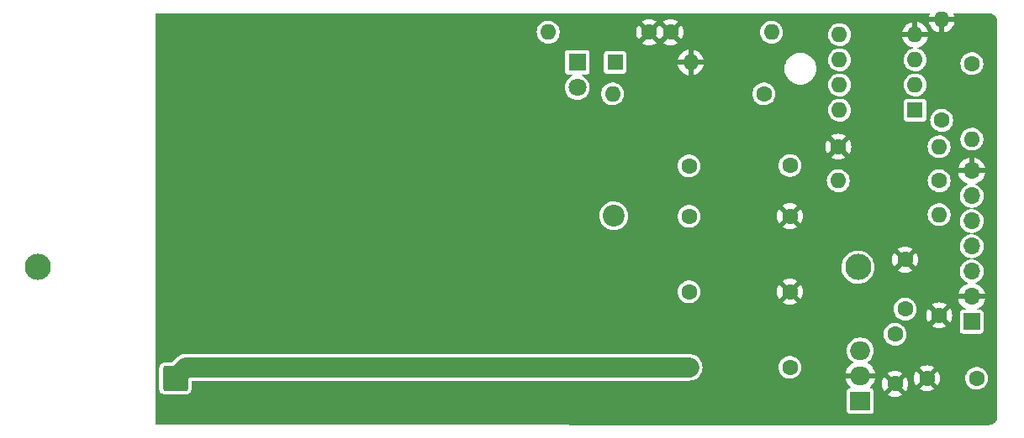
<source format=gbr>
%TF.GenerationSoftware,KiCad,Pcbnew,(6.0.5-0)*%
%TF.CreationDate,2022-06-25T14:04:27+01:00*%
%TF.ProjectId,revised_minh_design,72657669-7365-4645-9f6d-696e685f6465,rev?*%
%TF.SameCoordinates,Original*%
%TF.FileFunction,Copper,L2,Bot*%
%TF.FilePolarity,Positive*%
%FSLAX46Y46*%
G04 Gerber Fmt 4.6, Leading zero omitted, Abs format (unit mm)*
G04 Created by KiCad (PCBNEW (6.0.5-0)) date 2022-06-25 14:04:27*
%MOMM*%
%LPD*%
G01*
G04 APERTURE LIST*
G04 Aperture macros list*
%AMRoundRect*
0 Rectangle with rounded corners*
0 $1 Rounding radius*
0 $2 $3 $4 $5 $6 $7 $8 $9 X,Y pos of 4 corners*
0 Add a 4 corners polygon primitive as box body*
4,1,4,$2,$3,$4,$5,$6,$7,$8,$9,$2,$3,0*
0 Add four circle primitives for the rounded corners*
1,1,$1+$1,$2,$3*
1,1,$1+$1,$4,$5*
1,1,$1+$1,$6,$7*
1,1,$1+$1,$8,$9*
0 Add four rect primitives between the rounded corners*
20,1,$1+$1,$2,$3,$4,$5,0*
20,1,$1+$1,$4,$5,$6,$7,0*
20,1,$1+$1,$6,$7,$8,$9,0*
20,1,$1+$1,$8,$9,$2,$3,0*%
G04 Aperture macros list end*
%TA.AperFunction,ComponentPad*%
%ADD10C,1.600000*%
%TD*%
%TA.AperFunction,ComponentPad*%
%ADD11O,1.600000X1.600000*%
%TD*%
%TA.AperFunction,ComponentPad*%
%ADD12R,1.600000X1.600000*%
%TD*%
%TA.AperFunction,ComponentPad*%
%ADD13R,1.800000X1.800000*%
%TD*%
%TA.AperFunction,ComponentPad*%
%ADD14C,1.800000*%
%TD*%
%TA.AperFunction,ComponentPad*%
%ADD15O,2.000000X1.905000*%
%TD*%
%TA.AperFunction,ComponentPad*%
%ADD16R,2.000000X1.905000*%
%TD*%
%TA.AperFunction,ComponentPad*%
%ADD17R,1.700000X1.700000*%
%TD*%
%TA.AperFunction,ComponentPad*%
%ADD18O,1.700000X1.700000*%
%TD*%
%TA.AperFunction,ComponentPad*%
%ADD19RoundRect,0.249999X1.025001X-1.025001X1.025001X1.025001X-1.025001X1.025001X-1.025001X-1.025001X0*%
%TD*%
%TA.AperFunction,ComponentPad*%
%ADD20C,2.640000*%
%TD*%
%TA.AperFunction,ComponentPad*%
%ADD21C,2.200000*%
%TD*%
%TA.AperFunction,Conductor*%
%ADD22C,2.000000*%
%TD*%
%TA.AperFunction,Conductor*%
%ADD23C,0.500000*%
%TD*%
G04 APERTURE END LIST*
D10*
%TO.P,R1,1*%
%TO.N,Net-(R1-Pad1)*%
X181229000Y-34544000D03*
D11*
%TO.P,R1,2*%
%TO.N,Earth*%
X181229000Y-24384000D03*
%TD*%
D12*
%TO.P,D1,1,K*%
%TO.N,VMON*%
X148336000Y-28702000D03*
D11*
%TO.P,D1,2,A*%
%TO.N,Earth*%
X155956000Y-28702000D03*
%TD*%
D10*
%TO.P,C1,1*%
%TO.N,+12V*%
X184745000Y-60579000D03*
%TO.P,C1,2*%
%TO.N,Earth*%
X179745000Y-60579000D03*
%TD*%
%TO.P,R7,1*%
%TO.N,IMON_3V3*%
X180975000Y-40640000D03*
D11*
%TO.P,R7,2*%
%TO.N,IMON*%
X170815000Y-40640000D03*
%TD*%
D10*
%TO.P,R5,1*%
%TO.N,VMON_3V3*%
X163322000Y-31877000D03*
D11*
%TO.P,R5,2*%
%TO.N,VMON*%
X148082000Y-31877000D03*
%TD*%
D10*
%TO.P,R4,1*%
%TO.N,Earth*%
X151765000Y-25654000D03*
D11*
%TO.P,R4,2*%
%TO.N,Net-(D2-Pad1)*%
X141605000Y-25654000D03*
%TD*%
D13*
%TO.P,D2,1,K*%
%TO.N,Net-(D2-Pad1)*%
X144526000Y-28697000D03*
D14*
%TO.P,D2,2,A*%
%TO.N,Net-(D2-Pad2)*%
X144526000Y-31237000D03*
%TD*%
D15*
%TO.P,U1,3,VO*%
%TO.N,+5V*%
X173030000Y-57785000D03*
%TO.P,U1,2,GND*%
%TO.N,Earth*%
X173030000Y-60325000D03*
D16*
%TO.P,U1,1,VI*%
%TO.N,+12V*%
X173030000Y-62865000D03*
%TD*%
D10*
%TO.P,C2,1*%
%TO.N,+5V*%
X176530000Y-56134000D03*
%TO.P,C2,2*%
%TO.N,Earth*%
X176530000Y-61134000D03*
%TD*%
%TO.P,C3,1*%
%TO.N,+5V*%
X177546000Y-53594000D03*
%TO.P,C3,2*%
%TO.N,Earth*%
X177546000Y-48594000D03*
%TD*%
%TO.P,R6,1*%
%TO.N,Earth*%
X153924000Y-25654000D03*
D11*
%TO.P,R6,2*%
%TO.N,VMON_3V3*%
X164084000Y-25654000D03*
%TD*%
D10*
%TO.P,R8,1*%
%TO.N,Earth*%
X180975000Y-54229000D03*
D11*
%TO.P,R8,2*%
%TO.N,IMON_3V3*%
X180975000Y-44069000D03*
%TD*%
D17*
%TO.P,J1,1,Pin_1*%
%TO.N,+12V*%
X184252000Y-54864000D03*
D18*
%TO.P,J1,2,Pin_2*%
%TO.N,Earth*%
X184252000Y-52324000D03*
%TO.P,J1,3,Pin_3*%
%TO.N,DAC_SIG*%
X184252000Y-49784000D03*
%TO.P,J1,4,Pin_4*%
%TO.N,VMON_3V3*%
X184252000Y-47244000D03*
%TO.P,J1,5,Pin_5*%
%TO.N,IMON_3V3*%
X184252000Y-44704000D03*
%TO.P,J1,6,Pin_6*%
%TO.N,VPGM*%
X184252000Y-42164000D03*
%TO.P,J1,7,Pin_7*%
%TO.N,Earth*%
X184252000Y-39624000D03*
%TD*%
D10*
%TO.P,R3,1*%
%TO.N,Earth*%
X170815000Y-37211000D03*
D11*
%TO.P,R3,2*%
%TO.N,VPGM*%
X180975000Y-37211000D03*
%TD*%
D10*
%TO.P,R2,1*%
%TO.N,Net-(R1-Pad1)*%
X184277000Y-28829000D03*
D11*
%TO.P,R2,2*%
%TO.N,VPGM*%
X184277000Y-36449000D03*
%TD*%
D12*
%TO.P,U2,1*%
%TO.N,VPGM*%
X178552000Y-33518000D03*
D11*
%TO.P,U2,2,-*%
%TO.N,Net-(R1-Pad1)*%
X178552000Y-30978000D03*
%TO.P,U2,3,+*%
%TO.N,DAC_SIG*%
X178552000Y-28438000D03*
%TO.P,U2,4,V-*%
%TO.N,Earth*%
X178552000Y-25898000D03*
%TO.P,U2,5,+*%
%TO.N,unconnected-(U2-Pad5)*%
X170932000Y-25898000D03*
%TO.P,U2,6,-*%
%TO.N,unconnected-(U2-Pad6)*%
X170932000Y-28438000D03*
%TO.P,U2,7*%
%TO.N,unconnected-(U2-Pad7)*%
X170932000Y-30978000D03*
%TO.P,U2,8,V+*%
%TO.N,+5V*%
X170932000Y-33518000D03*
%TD*%
D19*
%TO.P,J2,1,Pin_1*%
%TO.N,Net-(J2-Pad1)*%
X104053000Y-60579000D03*
%TD*%
D20*
%TO.P,U3,*%
%TO.N,*%
X172800000Y-49364000D03*
X90173800Y-49364000D03*
D10*
%TO.P,U3,1,VIN*%
%TO.N,+12V*%
X165948800Y-59464400D03*
%TO.P,U3,2,SGND*%
%TO.N,Earth*%
X165948800Y-51844400D03*
%TO.P,U3,3,CGND*%
X165948800Y-44224400D03*
%TO.P,U3,4,VPGM*%
%TO.N,VPGM*%
X165948800Y-39102400D03*
%TO.P,U3,5,VREF*%
%TO.N,Net-(D2-Pad2)*%
X155788800Y-39144400D03*
%TO.P,U3,6,IMON*%
%TO.N,IMON*%
X155788800Y-44224400D03*
%TO.P,U3,7,VMON*%
%TO.N,VMON*%
X155788800Y-51844400D03*
%TO.P,U3,8,HV_RTIN*%
%TO.N,Net-(J2-Pad1)*%
X155788800Y-59464400D03*
D21*
%TO.P,U3,9,HV_OUT*%
%TO.N,unconnected-(U3-Pad9)*%
X148212800Y-44182400D03*
%TD*%
D22*
%TO.N,Net-(J2-Pad1)*%
X104013000Y-60579000D02*
X105127600Y-59464400D01*
X105127600Y-59464400D02*
X155788800Y-59464400D01*
D23*
X104053000Y-60579000D02*
X104013000Y-60579000D01*
%TD*%
%TA.AperFunction,Conductor*%
%TO.N,Earth*%
G36*
X180042198Y-23736806D02*
G01*
X180060504Y-23781000D01*
X180054648Y-23807414D01*
X179996340Y-23932456D01*
X179994480Y-23937566D01*
X179946135Y-24117992D01*
X179947377Y-24127425D01*
X179950733Y-24130000D01*
X182502651Y-24130000D01*
X182511441Y-24126359D01*
X182513059Y-24122452D01*
X182463520Y-23937566D01*
X182461660Y-23932456D01*
X182403352Y-23807414D01*
X182401265Y-23759624D01*
X182433582Y-23724356D01*
X182459996Y-23718500D01*
X185895500Y-23718500D01*
X185905265Y-23719268D01*
X185928000Y-23722869D01*
X185932856Y-23722100D01*
X185932858Y-23722100D01*
X185938192Y-23721255D01*
X185953415Y-23720724D01*
X186082223Y-23731993D01*
X186092952Y-23733885D01*
X186189012Y-23759624D01*
X186237205Y-23772538D01*
X186247442Y-23776263D01*
X186382796Y-23839380D01*
X186392230Y-23844827D01*
X186514563Y-23930485D01*
X186522909Y-23937488D01*
X186628512Y-24043091D01*
X186635515Y-24051437D01*
X186721173Y-24173770D01*
X186726620Y-24183204D01*
X186789737Y-24318558D01*
X186793463Y-24328796D01*
X186832115Y-24473048D01*
X186834007Y-24483777D01*
X186845276Y-24612585D01*
X186844745Y-24627808D01*
X186843131Y-24638000D01*
X186846732Y-24660735D01*
X186847500Y-24670500D01*
X186847500Y-64347474D01*
X186846731Y-64357248D01*
X186843131Y-64379981D01*
X186843901Y-64384841D01*
X186843901Y-64384842D01*
X186844745Y-64390172D01*
X186845277Y-64405396D01*
X186834011Y-64534202D01*
X186832121Y-64544927D01*
X186807083Y-64638376D01*
X186793467Y-64689192D01*
X186789741Y-64699428D01*
X186726626Y-64834786D01*
X186721178Y-64844222D01*
X186635524Y-64966552D01*
X186628522Y-64974898D01*
X186548545Y-65054877D01*
X186522916Y-65080506D01*
X186514570Y-65087509D01*
X186392228Y-65173175D01*
X186382802Y-65178617D01*
X186323698Y-65206178D01*
X186247445Y-65241736D01*
X186237208Y-65245461D01*
X186092949Y-65284116D01*
X186082232Y-65286006D01*
X185953522Y-65297267D01*
X185938298Y-65296736D01*
X185932855Y-65295874D01*
X185928000Y-65295105D01*
X185923144Y-65295874D01*
X185923143Y-65295874D01*
X185905343Y-65298693D01*
X185895544Y-65299462D01*
X102125262Y-65268645D01*
X102081075Y-65250323D01*
X102062786Y-65206178D01*
X102061041Y-61643362D01*
X102427500Y-61643362D01*
X102427767Y-61645387D01*
X102427767Y-61645393D01*
X102439266Y-61732734D01*
X102442956Y-61760763D01*
X102444524Y-61764548D01*
X102444524Y-61764549D01*
X102501894Y-61903053D01*
X102501896Y-61903056D01*
X102503464Y-61906842D01*
X102599718Y-62032282D01*
X102602963Y-62034772D01*
X102602964Y-62034773D01*
X102662439Y-62080409D01*
X102725159Y-62128536D01*
X102728942Y-62130103D01*
X102867451Y-62187476D01*
X102867453Y-62187476D01*
X102871237Y-62189044D01*
X102875299Y-62189579D01*
X102875300Y-62189579D01*
X102986607Y-62204233D01*
X102986613Y-62204233D01*
X102988638Y-62204500D01*
X105117362Y-62204500D01*
X105119387Y-62204233D01*
X105119393Y-62204233D01*
X105230700Y-62189579D01*
X105230701Y-62189579D01*
X105234763Y-62189044D01*
X105238548Y-62187476D01*
X105238549Y-62187476D01*
X105377053Y-62130106D01*
X105377056Y-62130104D01*
X105380842Y-62128536D01*
X105506282Y-62032282D01*
X105508775Y-62029034D01*
X105600045Y-61910087D01*
X105602536Y-61906841D01*
X105641962Y-61811660D01*
X105661476Y-61764549D01*
X105661476Y-61764547D01*
X105663044Y-61760763D01*
X105666734Y-61732734D01*
X105678233Y-61645393D01*
X105678233Y-61645387D01*
X105678500Y-61643362D01*
X105678500Y-60877400D01*
X105696806Y-60833206D01*
X105741000Y-60814900D01*
X155847766Y-60814900D01*
X155849111Y-60814782D01*
X155849118Y-60814782D01*
X156021490Y-60799701D01*
X156021492Y-60799701D01*
X156024208Y-60799463D01*
X156026841Y-60798758D01*
X156026844Y-60798757D01*
X156249826Y-60739010D01*
X156249830Y-60739008D01*
X156252463Y-60738303D01*
X156361268Y-60687566D01*
X156464155Y-60639589D01*
X156464158Y-60639587D01*
X156466629Y-60638435D01*
X156660201Y-60502895D01*
X156827295Y-60335801D01*
X156962835Y-60142230D01*
X157041753Y-59972991D01*
X157061550Y-59930536D01*
X157061551Y-59930534D01*
X157062703Y-59928063D01*
X157064792Y-59920270D01*
X157123157Y-59702444D01*
X157123158Y-59702441D01*
X157123863Y-59699808D01*
X157127142Y-59662337D01*
X157144221Y-59467120D01*
X157144459Y-59464400D01*
X157141813Y-59434154D01*
X164793767Y-59434154D01*
X164807596Y-59645149D01*
X164808302Y-59647929D01*
X164857264Y-59840713D01*
X164859645Y-59850090D01*
X164948169Y-60042114D01*
X164949820Y-60044449D01*
X164949821Y-60044452D01*
X165055518Y-60194010D01*
X165070205Y-60214791D01*
X165221665Y-60362337D01*
X165397477Y-60479811D01*
X165591753Y-60563278D01*
X165674258Y-60581947D01*
X165795196Y-60609313D01*
X165795199Y-60609313D01*
X165797986Y-60609944D01*
X165891711Y-60613627D01*
X166006410Y-60618134D01*
X166006414Y-60618134D01*
X166009270Y-60618246D01*
X166217330Y-60588078D01*
X171545178Y-60588078D01*
X171556504Y-60662091D01*
X171557690Y-60667070D01*
X171630706Y-60890462D01*
X171632692Y-60895187D01*
X171741213Y-61103654D01*
X171743943Y-61107988D01*
X171885058Y-61295936D01*
X171888455Y-61299762D01*
X172050185Y-61454315D01*
X172069489Y-61498082D01*
X172052190Y-61542680D01*
X172007005Y-61562000D01*
X171996782Y-61562000D01*
X171994535Y-61562331D01*
X171994532Y-61562331D01*
X171970338Y-61565893D01*
X171927888Y-61572142D01*
X171823145Y-61623568D01*
X171819499Y-61627220D01*
X171819498Y-61627221D01*
X171744355Y-61702495D01*
X171744353Y-61702497D01*
X171740707Y-61706150D01*
X171738439Y-61710790D01*
X171691886Y-61806028D01*
X171689464Y-61810982D01*
X171679500Y-61879282D01*
X171679500Y-63850718D01*
X171689642Y-63919612D01*
X171741068Y-64024355D01*
X171744720Y-64028001D01*
X171744721Y-64028002D01*
X171819995Y-64103145D01*
X171819997Y-64103147D01*
X171823650Y-64106793D01*
X171828290Y-64109061D01*
X171923738Y-64155717D01*
X171928482Y-64158036D01*
X171933285Y-64158737D01*
X171933286Y-64158737D01*
X171953248Y-64161649D01*
X171996782Y-64168000D01*
X174063218Y-64168000D01*
X174065465Y-64167669D01*
X174065468Y-64167669D01*
X174089662Y-64164107D01*
X174132112Y-64157858D01*
X174236855Y-64106432D01*
X174240502Y-64102779D01*
X174315645Y-64027505D01*
X174315647Y-64027503D01*
X174319293Y-64023850D01*
X174334458Y-63992825D01*
X174368405Y-63923378D01*
X174368405Y-63923377D01*
X174370536Y-63919018D01*
X174380500Y-63850718D01*
X174380500Y-62221099D01*
X175807260Y-62221099D01*
X175809364Y-62226178D01*
X175871270Y-62269525D01*
X175875973Y-62272240D01*
X176078456Y-62366660D01*
X176083566Y-62368520D01*
X176299365Y-62426343D01*
X176304719Y-62427287D01*
X176527280Y-62446758D01*
X176532720Y-62446758D01*
X176755281Y-62427287D01*
X176760635Y-62426343D01*
X176976434Y-62368520D01*
X176981544Y-62366660D01*
X177184027Y-62272240D01*
X177188730Y-62269525D01*
X177247706Y-62228229D01*
X177252818Y-62220205D01*
X177251629Y-62214839D01*
X176538790Y-61502000D01*
X176530000Y-61498359D01*
X176521210Y-61502000D01*
X175810901Y-62212309D01*
X175807260Y-62221099D01*
X174380500Y-62221099D01*
X174380500Y-61879282D01*
X174370358Y-61810388D01*
X174318932Y-61705645D01*
X174291749Y-61678509D01*
X174240005Y-61626855D01*
X174240003Y-61626853D01*
X174236350Y-61623207D01*
X174205325Y-61608042D01*
X174135878Y-61574095D01*
X174135877Y-61574095D01*
X174131518Y-61571964D01*
X174126715Y-61571263D01*
X174126714Y-61571263D01*
X174106752Y-61568351D01*
X174063218Y-61562000D01*
X174049815Y-61562000D01*
X174005621Y-61543694D01*
X173987315Y-61499500D01*
X174007752Y-61453273D01*
X174147403Y-61326201D01*
X174150894Y-61322458D01*
X174296562Y-61138008D01*
X174297418Y-61136720D01*
X175217242Y-61136720D01*
X175236713Y-61359281D01*
X175237657Y-61364635D01*
X175295480Y-61580434D01*
X175297340Y-61585544D01*
X175391760Y-61788027D01*
X175394475Y-61792730D01*
X175435771Y-61851706D01*
X175443795Y-61856818D01*
X175449161Y-61855629D01*
X176162000Y-61142790D01*
X176165641Y-61134000D01*
X176894359Y-61134000D01*
X176898000Y-61142790D01*
X177608309Y-61853099D01*
X177617099Y-61856740D01*
X177622178Y-61854636D01*
X177665525Y-61792730D01*
X177668240Y-61788027D01*
X177725096Y-61666099D01*
X179022260Y-61666099D01*
X179024364Y-61671178D01*
X179086270Y-61714525D01*
X179090973Y-61717240D01*
X179293456Y-61811660D01*
X179298566Y-61813520D01*
X179514365Y-61871343D01*
X179519719Y-61872287D01*
X179742280Y-61891758D01*
X179747720Y-61891758D01*
X179970281Y-61872287D01*
X179975635Y-61871343D01*
X180191434Y-61813520D01*
X180196544Y-61811660D01*
X180399027Y-61717240D01*
X180403730Y-61714525D01*
X180462706Y-61673229D01*
X180467818Y-61665205D01*
X180466629Y-61659839D01*
X179753790Y-60947000D01*
X179745000Y-60943359D01*
X179736210Y-60947000D01*
X179025901Y-61657309D01*
X179022260Y-61666099D01*
X177725096Y-61666099D01*
X177762660Y-61585544D01*
X177764520Y-61580434D01*
X177822343Y-61364635D01*
X177823287Y-61359281D01*
X177842758Y-61136720D01*
X177842758Y-61131280D01*
X177823287Y-60908719D01*
X177822343Y-60903365D01*
X177764520Y-60687566D01*
X177762660Y-60682456D01*
X177715686Y-60581720D01*
X178432242Y-60581720D01*
X178451713Y-60804281D01*
X178452657Y-60809635D01*
X178510480Y-61025434D01*
X178512340Y-61030544D01*
X178606760Y-61233027D01*
X178609475Y-61237730D01*
X178650771Y-61296706D01*
X178658795Y-61301818D01*
X178664161Y-61300629D01*
X179377000Y-60587790D01*
X179380641Y-60579000D01*
X180109359Y-60579000D01*
X180113000Y-60587790D01*
X180823309Y-61298099D01*
X180832099Y-61301740D01*
X180837178Y-61299636D01*
X180880525Y-61237730D01*
X180883240Y-61233027D01*
X180977660Y-61030544D01*
X180979520Y-61025434D01*
X181037343Y-60809635D01*
X181038287Y-60804281D01*
X181057758Y-60581720D01*
X181057758Y-60576280D01*
X181055350Y-60548754D01*
X183589967Y-60548754D01*
X183596032Y-60641284D01*
X183602437Y-60739010D01*
X183603796Y-60759749D01*
X183604502Y-60762529D01*
X183650428Y-60943359D01*
X183655845Y-60964690D01*
X183744369Y-61156714D01*
X183866405Y-61329391D01*
X184017865Y-61476937D01*
X184193677Y-61594411D01*
X184387953Y-61677878D01*
X184491069Y-61701211D01*
X184591396Y-61723913D01*
X184591399Y-61723913D01*
X184594186Y-61724544D01*
X184687911Y-61728227D01*
X184802610Y-61732734D01*
X184802614Y-61732734D01*
X184805470Y-61732846D01*
X185014730Y-61702504D01*
X185214955Y-61634537D01*
X185399442Y-61531219D01*
X185434575Y-61502000D01*
X185559814Y-61397840D01*
X185562012Y-61396012D01*
X185642062Y-61299762D01*
X185695388Y-61235644D01*
X185695390Y-61235641D01*
X185697219Y-61233442D01*
X185800537Y-61048955D01*
X185868504Y-60848730D01*
X185898846Y-60639470D01*
X185900429Y-60579000D01*
X185899622Y-60570210D01*
X185885118Y-60412371D01*
X185881081Y-60368440D01*
X185879809Y-60363928D01*
X185824466Y-60167696D01*
X185824465Y-60167694D01*
X185823686Y-60164931D01*
X185730165Y-59975290D01*
X185603651Y-59805867D01*
X185448381Y-59662337D01*
X185269554Y-59549505D01*
X185073160Y-59471152D01*
X185070354Y-59470594D01*
X185070351Y-59470593D01*
X184868581Y-59430459D01*
X184868579Y-59430459D01*
X184865775Y-59429901D01*
X184766145Y-59428597D01*
X184657208Y-59427170D01*
X184657203Y-59427170D01*
X184654346Y-59427133D01*
X184651525Y-59427618D01*
X184651521Y-59427618D01*
X184529580Y-59448571D01*
X184445953Y-59462941D01*
X184443265Y-59463933D01*
X184443260Y-59463934D01*
X184250263Y-59535135D01*
X184250260Y-59535136D01*
X184247575Y-59536127D01*
X184245115Y-59537590D01*
X184245114Y-59537591D01*
X184222520Y-59551033D01*
X184065856Y-59644238D01*
X183906881Y-59783655D01*
X183775976Y-59949708D01*
X183727512Y-60041822D01*
X183679770Y-60132566D01*
X183677523Y-60136836D01*
X183676676Y-60139563D01*
X183676675Y-60139566D01*
X183632631Y-60281412D01*
X183614820Y-60338773D01*
X183589967Y-60548754D01*
X181055350Y-60548754D01*
X181038287Y-60353719D01*
X181037343Y-60348365D01*
X180979520Y-60132566D01*
X180977660Y-60127456D01*
X180883240Y-59924973D01*
X180880525Y-59920270D01*
X180839229Y-59861294D01*
X180831205Y-59856182D01*
X180825839Y-59857371D01*
X180113000Y-60570210D01*
X180109359Y-60579000D01*
X179380641Y-60579000D01*
X179377000Y-60570210D01*
X178666691Y-59859901D01*
X178657901Y-59856260D01*
X178652822Y-59858364D01*
X178609475Y-59920270D01*
X178606760Y-59924973D01*
X178512340Y-60127456D01*
X178510480Y-60132566D01*
X178452657Y-60348365D01*
X178451713Y-60353719D01*
X178432242Y-60576280D01*
X178432242Y-60581720D01*
X177715686Y-60581720D01*
X177668240Y-60479973D01*
X177665525Y-60475270D01*
X177624229Y-60416294D01*
X177616205Y-60411182D01*
X177610839Y-60412371D01*
X176898000Y-61125210D01*
X176894359Y-61134000D01*
X176165641Y-61134000D01*
X176162000Y-61125210D01*
X175451691Y-60414901D01*
X175442901Y-60411260D01*
X175437822Y-60413364D01*
X175394475Y-60475270D01*
X175391760Y-60479973D01*
X175297340Y-60682456D01*
X175295480Y-60687566D01*
X175237657Y-60903365D01*
X175236713Y-60908719D01*
X175217242Y-61131280D01*
X175217242Y-61136720D01*
X174297418Y-61136720D01*
X174299390Y-61133751D01*
X174412976Y-60927992D01*
X174415073Y-60923327D01*
X174493528Y-60701776D01*
X174494836Y-60696828D01*
X174513644Y-60591239D01*
X174511601Y-60581947D01*
X174506993Y-60579000D01*
X171556220Y-60579000D01*
X171547430Y-60582641D01*
X171545178Y-60588078D01*
X166217330Y-60588078D01*
X166218530Y-60587904D01*
X166418755Y-60519937D01*
X166603242Y-60416619D01*
X166609780Y-60411182D01*
X166763614Y-60283240D01*
X166765812Y-60281412D01*
X166821220Y-60214791D01*
X166899188Y-60121044D01*
X166899190Y-60121041D01*
X166901019Y-60118842D01*
X166934666Y-60058761D01*
X171546356Y-60058761D01*
X171548399Y-60068053D01*
X171553007Y-60071000D01*
X174503780Y-60071000D01*
X174512570Y-60067359D01*
X174514822Y-60061922D01*
X174512660Y-60047795D01*
X175807182Y-60047795D01*
X175808371Y-60053161D01*
X176521210Y-60766000D01*
X176530000Y-60769641D01*
X176538790Y-60766000D01*
X177249099Y-60055691D01*
X177252740Y-60046901D01*
X177250636Y-60041822D01*
X177188730Y-59998475D01*
X177184027Y-59995760D01*
X176981544Y-59901340D01*
X176976434Y-59899480D01*
X176760635Y-59841657D01*
X176755281Y-59840713D01*
X176532720Y-59821242D01*
X176527280Y-59821242D01*
X176304719Y-59840713D01*
X176299365Y-59841657D01*
X176083566Y-59899480D01*
X176078456Y-59901340D01*
X175875973Y-59995760D01*
X175871270Y-59998475D01*
X175812294Y-60039771D01*
X175807182Y-60047795D01*
X174512660Y-60047795D01*
X174503496Y-59987909D01*
X174502310Y-59982930D01*
X174429294Y-59759538D01*
X174427308Y-59754813D01*
X174318787Y-59546346D01*
X174316057Y-59542012D01*
X174279104Y-59492795D01*
X179022182Y-59492795D01*
X179023371Y-59498161D01*
X179736210Y-60211000D01*
X179745000Y-60214641D01*
X179753790Y-60211000D01*
X180464099Y-59500691D01*
X180467740Y-59491901D01*
X180465636Y-59486822D01*
X180403730Y-59443475D01*
X180399027Y-59440760D01*
X180196544Y-59346340D01*
X180191434Y-59344480D01*
X179975635Y-59286657D01*
X179970281Y-59285713D01*
X179747720Y-59266242D01*
X179742280Y-59266242D01*
X179519719Y-59285713D01*
X179514365Y-59286657D01*
X179298566Y-59344480D01*
X179293456Y-59346340D01*
X179090973Y-59440760D01*
X179086270Y-59443475D01*
X179027294Y-59484771D01*
X179022182Y-59492795D01*
X174279104Y-59492795D01*
X174174942Y-59354064D01*
X174171551Y-59350244D01*
X174001622Y-59187857D01*
X173997655Y-59184645D01*
X173803500Y-59052201D01*
X173799041Y-59049668D01*
X173743505Y-59023889D01*
X173711127Y-58988678D01*
X173713130Y-58940884D01*
X173733972Y-58916002D01*
X173916013Y-58788536D01*
X173918251Y-58786969D01*
X174079469Y-58625751D01*
X174208676Y-58441225D01*
X174208677Y-58441223D01*
X174210241Y-58438989D01*
X174212146Y-58434905D01*
X174305443Y-58234827D01*
X174305444Y-58234825D01*
X174306596Y-58232354D01*
X174318002Y-58189790D01*
X174364900Y-58014764D01*
X174364901Y-58014760D01*
X174365606Y-58012128D01*
X174385477Y-57785000D01*
X174365606Y-57557872D01*
X174306596Y-57337646D01*
X174279503Y-57279544D01*
X174211395Y-57133486D01*
X174211393Y-57133483D01*
X174210241Y-57131012D01*
X174079469Y-56944249D01*
X173918251Y-56783031D01*
X173731488Y-56652259D01*
X173729017Y-56651107D01*
X173729014Y-56651105D01*
X173527327Y-56557057D01*
X173527325Y-56557056D01*
X173524854Y-56555904D01*
X173522221Y-56555199D01*
X173522217Y-56555197D01*
X173307264Y-56497600D01*
X173307260Y-56497599D01*
X173304628Y-56496894D01*
X173301912Y-56496656D01*
X173301910Y-56496656D01*
X173135740Y-56482118D01*
X173135734Y-56482118D01*
X173134388Y-56482000D01*
X172925612Y-56482000D01*
X172924266Y-56482118D01*
X172924260Y-56482118D01*
X172758090Y-56496656D01*
X172758088Y-56496656D01*
X172755372Y-56496894D01*
X172752740Y-56497599D01*
X172752736Y-56497600D01*
X172537783Y-56555197D01*
X172537779Y-56555199D01*
X172535146Y-56555904D01*
X172532675Y-56557056D01*
X172532673Y-56557057D01*
X172330986Y-56651105D01*
X172330983Y-56651107D01*
X172328512Y-56652259D01*
X172141749Y-56783031D01*
X171980531Y-56944249D01*
X171918017Y-57033528D01*
X171851325Y-57128774D01*
X171851323Y-57128777D01*
X171849759Y-57131011D01*
X171848607Y-57133482D01*
X171848605Y-57133485D01*
X171776678Y-57287734D01*
X171753404Y-57337646D01*
X171694394Y-57557872D01*
X171674523Y-57785000D01*
X171694394Y-58012128D01*
X171695099Y-58014760D01*
X171695100Y-58014764D01*
X171741999Y-58189790D01*
X171753404Y-58232354D01*
X171754556Y-58234825D01*
X171754557Y-58234827D01*
X171848568Y-58436433D01*
X171849759Y-58438988D01*
X171980531Y-58625751D01*
X172141749Y-58786969D01*
X172143987Y-58788536D01*
X172324270Y-58914771D01*
X172349972Y-58955115D01*
X172339619Y-59001816D01*
X172313343Y-59023285D01*
X172292319Y-59032426D01*
X172287823Y-59034837D01*
X172090485Y-59162501D01*
X172086429Y-59165625D01*
X171912597Y-59323799D01*
X171909106Y-59327542D01*
X171763438Y-59511992D01*
X171760610Y-59516249D01*
X171647024Y-59722008D01*
X171644927Y-59726673D01*
X171566472Y-59948224D01*
X171565164Y-59953172D01*
X171546356Y-60058761D01*
X166934666Y-60058761D01*
X167004337Y-59934355D01*
X167072304Y-59734130D01*
X167100512Y-59539589D01*
X167102383Y-59526684D01*
X167102646Y-59524870D01*
X167104229Y-59464400D01*
X167104051Y-59462455D01*
X167087810Y-59285713D01*
X167084881Y-59253840D01*
X167083210Y-59247913D01*
X167028266Y-59053096D01*
X167028265Y-59053094D01*
X167027486Y-59050331D01*
X166933965Y-58860690D01*
X166807451Y-58691267D01*
X166652181Y-58547737D01*
X166473354Y-58434905D01*
X166276960Y-58356552D01*
X166274154Y-58355994D01*
X166274151Y-58355993D01*
X166072381Y-58315859D01*
X166072379Y-58315859D01*
X166069575Y-58315301D01*
X165969945Y-58313997D01*
X165861008Y-58312570D01*
X165861003Y-58312570D01*
X165858146Y-58312533D01*
X165855325Y-58313018D01*
X165855321Y-58313018D01*
X165733380Y-58333971D01*
X165649753Y-58348341D01*
X165647065Y-58349333D01*
X165647060Y-58349334D01*
X165454063Y-58420535D01*
X165454060Y-58420536D01*
X165451375Y-58421527D01*
X165448915Y-58422990D01*
X165448914Y-58422991D01*
X165418264Y-58441226D01*
X165269656Y-58529638D01*
X165110681Y-58669055D01*
X165108905Y-58671308D01*
X165017726Y-58786969D01*
X164979776Y-58835108D01*
X164937863Y-58914771D01*
X164892067Y-59001816D01*
X164881323Y-59022236D01*
X164880476Y-59024963D01*
X164880475Y-59024966D01*
X164865527Y-59073106D01*
X164818620Y-59224173D01*
X164806828Y-59323799D01*
X164797656Y-59401300D01*
X164793767Y-59434154D01*
X157141813Y-59434154D01*
X157134806Y-59354064D01*
X157124101Y-59231710D01*
X157124101Y-59231708D01*
X157123863Y-59228992D01*
X157112841Y-59187857D01*
X157063410Y-59003374D01*
X157063408Y-59003370D01*
X157062703Y-59000737D01*
X156997398Y-58860690D01*
X156963989Y-58789045D01*
X156963987Y-58789042D01*
X156962835Y-58786571D01*
X156827295Y-58592999D01*
X156660201Y-58425905D01*
X156466629Y-58290365D01*
X156464158Y-58289213D01*
X156464155Y-58289211D01*
X156336570Y-58229717D01*
X156252463Y-58190497D01*
X156249830Y-58189792D01*
X156249826Y-58189790D01*
X156026844Y-58130043D01*
X156026841Y-58130042D01*
X156024208Y-58129337D01*
X156021492Y-58129099D01*
X156021490Y-58129099D01*
X155849118Y-58114018D01*
X155849111Y-58114018D01*
X155847766Y-58113900D01*
X105009446Y-58113900D01*
X104953834Y-58123706D01*
X104948452Y-58124415D01*
X104910914Y-58127699D01*
X104894910Y-58129099D01*
X104894908Y-58129099D01*
X104892192Y-58129337D01*
X104889560Y-58130042D01*
X104889556Y-58130043D01*
X104837660Y-58143949D01*
X104832337Y-58145130D01*
X104776729Y-58154935D01*
X104723679Y-58174244D01*
X104718488Y-58175881D01*
X104663937Y-58190497D01*
X104612764Y-58214359D01*
X104607735Y-58216441D01*
X104557247Y-58234818D01*
X104557236Y-58234823D01*
X104554673Y-58235756D01*
X104505769Y-58263991D01*
X104500945Y-58266502D01*
X104452249Y-58289209D01*
X104452246Y-58289211D01*
X104449771Y-58290365D01*
X104417419Y-58313018D01*
X104403521Y-58322749D01*
X104398924Y-58325678D01*
X104352391Y-58352544D01*
X104352387Y-58352547D01*
X104350026Y-58353910D01*
X104347937Y-58355663D01*
X104347934Y-58355665D01*
X104306778Y-58390198D01*
X104302454Y-58393516D01*
X104263868Y-58420535D01*
X104256199Y-58425905D01*
X103746910Y-58935194D01*
X103702716Y-58953500D01*
X102988638Y-58953500D01*
X102986613Y-58953767D01*
X102986607Y-58953767D01*
X102875300Y-58968421D01*
X102875299Y-58968421D01*
X102871237Y-58968956D01*
X102867452Y-58970524D01*
X102867451Y-58970524D01*
X102728947Y-59027894D01*
X102728944Y-59027896D01*
X102725158Y-59029464D01*
X102599718Y-59125718D01*
X102503464Y-59251159D01*
X102442956Y-59397237D01*
X102442421Y-59401299D01*
X102442421Y-59401300D01*
X102430376Y-59492795D01*
X102427500Y-59514638D01*
X102427500Y-61643362D01*
X102061041Y-61643362D01*
X102058328Y-56103754D01*
X175374967Y-56103754D01*
X175388796Y-56314749D01*
X175389502Y-56317529D01*
X175411395Y-56403730D01*
X175440845Y-56519690D01*
X175529369Y-56711714D01*
X175651405Y-56884391D01*
X175802865Y-57031937D01*
X175978677Y-57149411D01*
X176172953Y-57232878D01*
X176276070Y-57256211D01*
X176376396Y-57278913D01*
X176376399Y-57278913D01*
X176379186Y-57279544D01*
X176472911Y-57283227D01*
X176587610Y-57287734D01*
X176587614Y-57287734D01*
X176590470Y-57287846D01*
X176799730Y-57257504D01*
X176999955Y-57189537D01*
X177184442Y-57086219D01*
X177347012Y-56951012D01*
X177482219Y-56788442D01*
X177585537Y-56603955D01*
X177653504Y-56403730D01*
X177683846Y-56194470D01*
X177685429Y-56134000D01*
X177666081Y-55923440D01*
X177634457Y-55811307D01*
X177609466Y-55722696D01*
X177609465Y-55722694D01*
X177608686Y-55719931D01*
X177515165Y-55530290D01*
X177388651Y-55360867D01*
X177340221Y-55316099D01*
X180252260Y-55316099D01*
X180254364Y-55321178D01*
X180316270Y-55364525D01*
X180320973Y-55367240D01*
X180523456Y-55461660D01*
X180528566Y-55463520D01*
X180744365Y-55521343D01*
X180749719Y-55522287D01*
X180972280Y-55541758D01*
X180977720Y-55541758D01*
X181200281Y-55522287D01*
X181205635Y-55521343D01*
X181421434Y-55463520D01*
X181426544Y-55461660D01*
X181629027Y-55367240D01*
X181633730Y-55364525D01*
X181692706Y-55323229D01*
X181697818Y-55315205D01*
X181696629Y-55309839D01*
X180983790Y-54597000D01*
X180975000Y-54593359D01*
X180966210Y-54597000D01*
X180255901Y-55307309D01*
X180252260Y-55316099D01*
X177340221Y-55316099D01*
X177233381Y-55217337D01*
X177054554Y-55104505D01*
X176858160Y-55026152D01*
X176855354Y-55025594D01*
X176855351Y-55025593D01*
X176653581Y-54985459D01*
X176653579Y-54985459D01*
X176650775Y-54984901D01*
X176551145Y-54983597D01*
X176442208Y-54982170D01*
X176442203Y-54982170D01*
X176439346Y-54982133D01*
X176436525Y-54982618D01*
X176436521Y-54982618D01*
X176314580Y-55003571D01*
X176230953Y-55017941D01*
X176228265Y-55018933D01*
X176228260Y-55018934D01*
X176035263Y-55090135D01*
X176035260Y-55090136D01*
X176032575Y-55091127D01*
X176030115Y-55092590D01*
X176030114Y-55092591D01*
X176007520Y-55106033D01*
X175850856Y-55199238D01*
X175848699Y-55201130D01*
X175718621Y-55315205D01*
X175691881Y-55338655D01*
X175560976Y-55504708D01*
X175462523Y-55691836D01*
X175461676Y-55694563D01*
X175461675Y-55694566D01*
X175401318Y-55888947D01*
X175399820Y-55893773D01*
X175374967Y-56103754D01*
X102058328Y-56103754D01*
X102057084Y-53563754D01*
X176390967Y-53563754D01*
X176393069Y-53595827D01*
X176401368Y-53722439D01*
X176404796Y-53774749D01*
X176405502Y-53777529D01*
X176440846Y-53916693D01*
X176456845Y-53979690D01*
X176545369Y-54171714D01*
X176547020Y-54174049D01*
X176547021Y-54174052D01*
X176583932Y-54226280D01*
X176667405Y-54344391D01*
X176818865Y-54491937D01*
X176994677Y-54609411D01*
X177188953Y-54692878D01*
X177292069Y-54716211D01*
X177392396Y-54738913D01*
X177392399Y-54738913D01*
X177395186Y-54739544D01*
X177488911Y-54743227D01*
X177603610Y-54747734D01*
X177603614Y-54747734D01*
X177606470Y-54747846D01*
X177815730Y-54717504D01*
X178015955Y-54649537D01*
X178200442Y-54546219D01*
X178363012Y-54411012D01*
X178498219Y-54248442D01*
X178507584Y-54231720D01*
X179662242Y-54231720D01*
X179681713Y-54454281D01*
X179682657Y-54459635D01*
X179740480Y-54675434D01*
X179742340Y-54680544D01*
X179836760Y-54883027D01*
X179839475Y-54887730D01*
X179880771Y-54946706D01*
X179888795Y-54951818D01*
X179894161Y-54950629D01*
X180607000Y-54237790D01*
X180610641Y-54229000D01*
X181339359Y-54229000D01*
X181343000Y-54237790D01*
X182053309Y-54948099D01*
X182062099Y-54951740D01*
X182067178Y-54949636D01*
X182110525Y-54887730D01*
X182113240Y-54883027D01*
X182207660Y-54680544D01*
X182209520Y-54675434D01*
X182267343Y-54459635D01*
X182268287Y-54454281D01*
X182287758Y-54231720D01*
X182287758Y-54226280D01*
X182268287Y-54003719D01*
X182267343Y-53998365D01*
X182209520Y-53782566D01*
X182207660Y-53777456D01*
X182113240Y-53574973D01*
X182110525Y-53570270D01*
X182069229Y-53511294D01*
X182061205Y-53506182D01*
X182055839Y-53507371D01*
X181343000Y-54220210D01*
X181339359Y-54229000D01*
X180610641Y-54229000D01*
X180607000Y-54220210D01*
X179896691Y-53509901D01*
X179887901Y-53506260D01*
X179882822Y-53508364D01*
X179839475Y-53570270D01*
X179836760Y-53574973D01*
X179742340Y-53777456D01*
X179740480Y-53782566D01*
X179682657Y-53998365D01*
X179681713Y-54003719D01*
X179662242Y-54226280D01*
X179662242Y-54231720D01*
X178507584Y-54231720D01*
X178601537Y-54063955D01*
X178669504Y-53863730D01*
X178699846Y-53654470D01*
X178701429Y-53594000D01*
X178699249Y-53570270D01*
X178691979Y-53491158D01*
X178682081Y-53383440D01*
X178624686Y-53179931D01*
X178606372Y-53142795D01*
X180252182Y-53142795D01*
X180253371Y-53148161D01*
X180966210Y-53861000D01*
X180975000Y-53864641D01*
X180983790Y-53861000D01*
X181694099Y-53150691D01*
X181697740Y-53141901D01*
X181695636Y-53136822D01*
X181633730Y-53093475D01*
X181629027Y-53090760D01*
X181426544Y-52996340D01*
X181421434Y-52994480D01*
X181205635Y-52936657D01*
X181200281Y-52935713D01*
X180977720Y-52916242D01*
X180972280Y-52916242D01*
X180749719Y-52935713D01*
X180744365Y-52936657D01*
X180528566Y-52994480D01*
X180523456Y-52996340D01*
X180320973Y-53090760D01*
X180316270Y-53093475D01*
X180257294Y-53134771D01*
X180252182Y-53142795D01*
X178606372Y-53142795D01*
X178531165Y-52990290D01*
X178462650Y-52898537D01*
X178406368Y-52823166D01*
X178406366Y-52823164D01*
X178404651Y-52820867D01*
X178249381Y-52677337D01*
X178104702Y-52586051D01*
X182918924Y-52586051D01*
X182951139Y-52728994D01*
X182952664Y-52733861D01*
X183034747Y-52936008D01*
X183037057Y-52940582D01*
X183151051Y-53126602D01*
X183154072Y-53130731D01*
X183296917Y-53295635D01*
X183300580Y-53299222D01*
X183468437Y-53438580D01*
X183472631Y-53441517D01*
X183653209Y-53547038D01*
X183682130Y-53585140D01*
X183675638Y-53632533D01*
X183637536Y-53661454D01*
X183621676Y-53663500D01*
X183368782Y-53663500D01*
X183366535Y-53663831D01*
X183366532Y-53663831D01*
X183342338Y-53667393D01*
X183299888Y-53673642D01*
X183195145Y-53725068D01*
X183191499Y-53728720D01*
X183191498Y-53728721D01*
X183116355Y-53803995D01*
X183116353Y-53803997D01*
X183112707Y-53807650D01*
X183110439Y-53812290D01*
X183063886Y-53907528D01*
X183061464Y-53912482D01*
X183051500Y-53980782D01*
X183051500Y-55747218D01*
X183061642Y-55816112D01*
X183113068Y-55920855D01*
X183116720Y-55924501D01*
X183116721Y-55924502D01*
X183191995Y-55999645D01*
X183191997Y-55999647D01*
X183195650Y-56003293D01*
X183200290Y-56005561D01*
X183295738Y-56052217D01*
X183300482Y-56054536D01*
X183305285Y-56055237D01*
X183305286Y-56055237D01*
X183325248Y-56058149D01*
X183368782Y-56064500D01*
X185135218Y-56064500D01*
X185137465Y-56064169D01*
X185137468Y-56064169D01*
X185161662Y-56060607D01*
X185204112Y-56054358D01*
X185308855Y-56002932D01*
X185312502Y-55999279D01*
X185387645Y-55924005D01*
X185387647Y-55924003D01*
X185391293Y-55920350D01*
X185406458Y-55889325D01*
X185440405Y-55819878D01*
X185440405Y-55819877D01*
X185442536Y-55815518D01*
X185452500Y-55747218D01*
X185452500Y-53980782D01*
X185442358Y-53911888D01*
X185390932Y-53807145D01*
X185387279Y-53803498D01*
X185312005Y-53728355D01*
X185312003Y-53728353D01*
X185308350Y-53724707D01*
X185277325Y-53709542D01*
X185207878Y-53675595D01*
X185207877Y-53675595D01*
X185203518Y-53673464D01*
X185198715Y-53672763D01*
X185198714Y-53672763D01*
X185178752Y-53669851D01*
X185135218Y-53663500D01*
X184874338Y-53663500D01*
X184830144Y-53645194D01*
X184811838Y-53601000D01*
X184830144Y-53556806D01*
X184846842Y-53544873D01*
X184947436Y-53495592D01*
X184951824Y-53492976D01*
X185129449Y-53366278D01*
X185133352Y-53362980D01*
X185287897Y-53208973D01*
X185291210Y-53205080D01*
X185418522Y-53027906D01*
X185421161Y-53023515D01*
X185517825Y-52827930D01*
X185519710Y-52823170D01*
X185583136Y-52614413D01*
X185584215Y-52609420D01*
X185586728Y-52590326D01*
X185584266Y-52581135D01*
X185578835Y-52578000D01*
X182929541Y-52578000D01*
X182920751Y-52581641D01*
X182918924Y-52586051D01*
X178104702Y-52586051D01*
X178070554Y-52564505D01*
X177874160Y-52486152D01*
X177871354Y-52485594D01*
X177871351Y-52485593D01*
X177669581Y-52445459D01*
X177669579Y-52445459D01*
X177666775Y-52444901D01*
X177567145Y-52443597D01*
X177458208Y-52442170D01*
X177458203Y-52442170D01*
X177455346Y-52442133D01*
X177452525Y-52442618D01*
X177452521Y-52442618D01*
X177330580Y-52463571D01*
X177246953Y-52477941D01*
X177244265Y-52478933D01*
X177244260Y-52478934D01*
X177051263Y-52550135D01*
X177051260Y-52550136D01*
X177048575Y-52551127D01*
X177046115Y-52552590D01*
X177046114Y-52552591D01*
X177025196Y-52565036D01*
X176866856Y-52659238D01*
X176864699Y-52661130D01*
X176710203Y-52796619D01*
X176707881Y-52798655D01*
X176706105Y-52800908D01*
X176593373Y-52943909D01*
X176576976Y-52964708D01*
X176561312Y-52994480D01*
X176480457Y-53148161D01*
X176478523Y-53151836D01*
X176477676Y-53154563D01*
X176477675Y-53154566D01*
X176417318Y-53348947D01*
X176415820Y-53353773D01*
X176390967Y-53563754D01*
X102057084Y-53563754D01*
X102056227Y-51814154D01*
X154633767Y-51814154D01*
X154647596Y-52025149D01*
X154648302Y-52027929D01*
X154694228Y-52208759D01*
X154699645Y-52230090D01*
X154788169Y-52422114D01*
X154789820Y-52424449D01*
X154789821Y-52424452D01*
X154834176Y-52487212D01*
X154910205Y-52594791D01*
X154912257Y-52596790D01*
X154974857Y-52657772D01*
X155061665Y-52742337D01*
X155237477Y-52859811D01*
X155431753Y-52943278D01*
X155534869Y-52966611D01*
X155635196Y-52989313D01*
X155635199Y-52989313D01*
X155637986Y-52989944D01*
X155731711Y-52993627D01*
X155846410Y-52998134D01*
X155846414Y-52998134D01*
X155849270Y-52998246D01*
X156058530Y-52967904D01*
X156165776Y-52931499D01*
X165226060Y-52931499D01*
X165228164Y-52936578D01*
X165290070Y-52979925D01*
X165294773Y-52982640D01*
X165497256Y-53077060D01*
X165502366Y-53078920D01*
X165718165Y-53136743D01*
X165723519Y-53137687D01*
X165946080Y-53157158D01*
X165951520Y-53157158D01*
X166174081Y-53137687D01*
X166179435Y-53136743D01*
X166395234Y-53078920D01*
X166400344Y-53077060D01*
X166602827Y-52982640D01*
X166607530Y-52979925D01*
X166666506Y-52938629D01*
X166671618Y-52930605D01*
X166670429Y-52925239D01*
X165957590Y-52212400D01*
X165948800Y-52208759D01*
X165940010Y-52212400D01*
X165229701Y-52922709D01*
X165226060Y-52931499D01*
X156165776Y-52931499D01*
X156258755Y-52899937D01*
X156443242Y-52796619D01*
X156605812Y-52661412D01*
X156672577Y-52581135D01*
X156739188Y-52501044D01*
X156739190Y-52501041D01*
X156741019Y-52498842D01*
X156844337Y-52314355D01*
X156912304Y-52114130D01*
X156942646Y-51904870D01*
X156944158Y-51847120D01*
X164636042Y-51847120D01*
X164655513Y-52069681D01*
X164656457Y-52075035D01*
X164714280Y-52290834D01*
X164716140Y-52295944D01*
X164810560Y-52498427D01*
X164813275Y-52503130D01*
X164854571Y-52562106D01*
X164862595Y-52567218D01*
X164867961Y-52566029D01*
X165580800Y-51853190D01*
X165584441Y-51844400D01*
X166313159Y-51844400D01*
X166316800Y-51853190D01*
X167027109Y-52563499D01*
X167035899Y-52567140D01*
X167040978Y-52565036D01*
X167084325Y-52503130D01*
X167087040Y-52498427D01*
X167181460Y-52295944D01*
X167183320Y-52290834D01*
X167241143Y-52075035D01*
X167242087Y-52069681D01*
X167242853Y-52060924D01*
X182915628Y-52060924D01*
X182917347Y-52066767D01*
X182923274Y-52070000D01*
X185576028Y-52070000D01*
X185584818Y-52066359D01*
X185586515Y-52062261D01*
X185542580Y-51887350D01*
X185540932Y-51882510D01*
X185453937Y-51682435D01*
X185451514Y-51677917D01*
X185333013Y-51494741D01*
X185329889Y-51490684D01*
X185183057Y-51329318D01*
X185179314Y-51325827D01*
X185008091Y-51190605D01*
X185003834Y-51187777D01*
X184812831Y-51082337D01*
X184808166Y-51080240D01*
X184664957Y-51029527D01*
X184629408Y-50997519D01*
X184626905Y-50949749D01*
X184658913Y-50914200D01*
X184665730Y-50911429D01*
X184701858Y-50899165D01*
X184742379Y-50885410D01*
X184934884Y-50777602D01*
X185104518Y-50636518D01*
X185245602Y-50466884D01*
X185353410Y-50274379D01*
X185424331Y-50065452D01*
X185442656Y-49939068D01*
X185455728Y-49848914D01*
X185455728Y-49848909D01*
X185455991Y-49847098D01*
X185457643Y-49784000D01*
X185454482Y-49749592D01*
X185437716Y-49567142D01*
X185437454Y-49564289D01*
X185427954Y-49530602D01*
X185378342Y-49354691D01*
X185377565Y-49351936D01*
X185364455Y-49325350D01*
X185281248Y-49156624D01*
X185281247Y-49156623D01*
X185279980Y-49154053D01*
X185261941Y-49129896D01*
X185149684Y-48979566D01*
X185149683Y-48979564D01*
X185147967Y-48977267D01*
X184985949Y-48827499D01*
X184799350Y-48709764D01*
X184594421Y-48628006D01*
X184591615Y-48627448D01*
X184591612Y-48627447D01*
X184380830Y-48585520D01*
X184380828Y-48585520D01*
X184378024Y-48584962D01*
X184274127Y-48583602D01*
X184160268Y-48582111D01*
X184160263Y-48582111D01*
X184157406Y-48582074D01*
X184154585Y-48582559D01*
X184154581Y-48582559D01*
X184036844Y-48602790D01*
X183939957Y-48619438D01*
X183937269Y-48620430D01*
X183937264Y-48620431D01*
X183735645Y-48694812D01*
X183735642Y-48694814D01*
X183732957Y-48695804D01*
X183730497Y-48697267D01*
X183730496Y-48697268D01*
X183545806Y-48807147D01*
X183545802Y-48807150D01*
X183543341Y-48808614D01*
X183377457Y-48954090D01*
X183240863Y-49127360D01*
X183138131Y-49322620D01*
X183137284Y-49325347D01*
X183137283Y-49325350D01*
X183125768Y-49362434D01*
X183072703Y-49533333D01*
X183046770Y-49752440D01*
X183061200Y-49972604D01*
X183061906Y-49975384D01*
X183079678Y-50045359D01*
X183115511Y-50186452D01*
X183207883Y-50386821D01*
X183335222Y-50567002D01*
X183493264Y-50720961D01*
X183676717Y-50843540D01*
X183679354Y-50844673D01*
X183679356Y-50844674D01*
X183841431Y-50914307D01*
X183874811Y-50948571D01*
X183874184Y-50996402D01*
X183836177Y-51031138D01*
X183726394Y-51067020D01*
X183721669Y-51069006D01*
X183528153Y-51169744D01*
X183523819Y-51172474D01*
X183349348Y-51303471D01*
X183345527Y-51306863D01*
X183194793Y-51464598D01*
X183191572Y-51468575D01*
X183068629Y-51648802D01*
X183066096Y-51653261D01*
X182974240Y-51851149D01*
X182972473Y-51855950D01*
X182915628Y-52060924D01*
X167242853Y-52060924D01*
X167261558Y-51847120D01*
X167261558Y-51841680D01*
X167242087Y-51619119D01*
X167241143Y-51613765D01*
X167183320Y-51397966D01*
X167181460Y-51392856D01*
X167087040Y-51190373D01*
X167084325Y-51185670D01*
X167043029Y-51126694D01*
X167035005Y-51121582D01*
X167029639Y-51122771D01*
X166316800Y-51835610D01*
X166313159Y-51844400D01*
X165584441Y-51844400D01*
X165580800Y-51835610D01*
X164870491Y-51125301D01*
X164861701Y-51121660D01*
X164856622Y-51123764D01*
X164813275Y-51185670D01*
X164810560Y-51190373D01*
X164716140Y-51392856D01*
X164714280Y-51397966D01*
X164656457Y-51613765D01*
X164655513Y-51619119D01*
X164636042Y-51841680D01*
X164636042Y-51847120D01*
X156944158Y-51847120D01*
X156944229Y-51844400D01*
X156943422Y-51835610D01*
X156928931Y-51677917D01*
X156924881Y-51633840D01*
X156920730Y-51619119D01*
X156868266Y-51433096D01*
X156868265Y-51433094D01*
X156867486Y-51430331D01*
X156773965Y-51240690D01*
X156685023Y-51121582D01*
X156649168Y-51073566D01*
X156649166Y-51073564D01*
X156647451Y-51071267D01*
X156492181Y-50927737D01*
X156313354Y-50814905D01*
X156171209Y-50758195D01*
X165225982Y-50758195D01*
X165227171Y-50763561D01*
X165940010Y-51476400D01*
X165948800Y-51480041D01*
X165957590Y-51476400D01*
X166667899Y-50766091D01*
X166671540Y-50757301D01*
X166669436Y-50752222D01*
X166607530Y-50708875D01*
X166602827Y-50706160D01*
X166400344Y-50611740D01*
X166395234Y-50609880D01*
X166179435Y-50552057D01*
X166174081Y-50551113D01*
X165951520Y-50531642D01*
X165946080Y-50531642D01*
X165723519Y-50551113D01*
X165718165Y-50552057D01*
X165502366Y-50609880D01*
X165497256Y-50611740D01*
X165294773Y-50706160D01*
X165290070Y-50708875D01*
X165231094Y-50750171D01*
X165225982Y-50758195D01*
X156171209Y-50758195D01*
X156116960Y-50736552D01*
X156114154Y-50735994D01*
X156114151Y-50735993D01*
X155912381Y-50695859D01*
X155912379Y-50695859D01*
X155909575Y-50695301D01*
X155809945Y-50693997D01*
X155701008Y-50692570D01*
X155701003Y-50692570D01*
X155698146Y-50692533D01*
X155695325Y-50693018D01*
X155695321Y-50693018D01*
X155573380Y-50713971D01*
X155489753Y-50728341D01*
X155487065Y-50729333D01*
X155487060Y-50729334D01*
X155294063Y-50800535D01*
X155294060Y-50800536D01*
X155291375Y-50801527D01*
X155288915Y-50802990D01*
X155288914Y-50802991D01*
X155266320Y-50816433D01*
X155109656Y-50909638D01*
X155027893Y-50981342D01*
X154963204Y-51038073D01*
X154950681Y-51049055D01*
X154948905Y-51051308D01*
X154839093Y-51190605D01*
X154819776Y-51215108D01*
X154773286Y-51303471D01*
X154723570Y-51397966D01*
X154721323Y-51402236D01*
X154720476Y-51404963D01*
X154720475Y-51404966D01*
X154697164Y-51480041D01*
X154658620Y-51604173D01*
X154633767Y-51814154D01*
X102056227Y-51814154D01*
X102055005Y-49320149D01*
X171125390Y-49320149D01*
X171125501Y-49322463D01*
X171125501Y-49322469D01*
X171131633Y-49450115D01*
X171137303Y-49568154D01*
X171185742Y-49811673D01*
X171186521Y-49813842D01*
X171186523Y-49813850D01*
X171268860Y-50043179D01*
X171269643Y-50045359D01*
X171387164Y-50264076D01*
X171388548Y-50265930D01*
X171388551Y-50265934D01*
X171446453Y-50343473D01*
X171535723Y-50463020D01*
X171712055Y-50637820D01*
X171786674Y-50692533D01*
X171910420Y-50783268D01*
X171910426Y-50783272D01*
X171912288Y-50784637D01*
X171914337Y-50785715D01*
X172105578Y-50886331D01*
X172132022Y-50900244D01*
X172134201Y-50901005D01*
X172134208Y-50901008D01*
X172265913Y-50947001D01*
X172366430Y-50982103D01*
X172610364Y-51028416D01*
X172612678Y-51028507D01*
X172612679Y-51028507D01*
X172638640Y-51029527D01*
X172858463Y-51038164D01*
X172974177Y-51025491D01*
X173102969Y-51011386D01*
X173102971Y-51011386D01*
X173105278Y-51011133D01*
X173226079Y-50979329D01*
X173343140Y-50948510D01*
X173343145Y-50948508D01*
X173345387Y-50947918D01*
X173347519Y-50947002D01*
X173347522Y-50947001D01*
X173571385Y-50850821D01*
X173571388Y-50850819D01*
X173573514Y-50849906D01*
X173768356Y-50729334D01*
X173782672Y-50720475D01*
X173782674Y-50720474D01*
X173784648Y-50719252D01*
X173974152Y-50558826D01*
X174137861Y-50372151D01*
X174272180Y-50163329D01*
X174374158Y-49936947D01*
X174400014Y-49845269D01*
X174440924Y-49700213D01*
X174440925Y-49700209D01*
X174441554Y-49697978D01*
X174443701Y-49681099D01*
X176823260Y-49681099D01*
X176825364Y-49686178D01*
X176887270Y-49729525D01*
X176891973Y-49732240D01*
X177094456Y-49826660D01*
X177099566Y-49828520D01*
X177315365Y-49886343D01*
X177320719Y-49887287D01*
X177543280Y-49906758D01*
X177548720Y-49906758D01*
X177771281Y-49887287D01*
X177776635Y-49886343D01*
X177992434Y-49828520D01*
X177997544Y-49826660D01*
X178200027Y-49732240D01*
X178204730Y-49729525D01*
X178263706Y-49688229D01*
X178268818Y-49680205D01*
X178267629Y-49674839D01*
X177554790Y-48962000D01*
X177546000Y-48958359D01*
X177537210Y-48962000D01*
X176826901Y-49672309D01*
X176823260Y-49681099D01*
X174443701Y-49681099D01*
X174458070Y-49568154D01*
X174472691Y-49453224D01*
X174472692Y-49453215D01*
X174472888Y-49451672D01*
X174475184Y-49364000D01*
X174474493Y-49354691D01*
X174456956Y-49118708D01*
X174456784Y-49116392D01*
X174401986Y-48874224D01*
X174311996Y-48642815D01*
X174285651Y-48596720D01*
X176233242Y-48596720D01*
X176252713Y-48819281D01*
X176253657Y-48824635D01*
X176311480Y-49040434D01*
X176313340Y-49045544D01*
X176407760Y-49248027D01*
X176410475Y-49252730D01*
X176451771Y-49311706D01*
X176459795Y-49316818D01*
X176465161Y-49315629D01*
X177178000Y-48602790D01*
X177181641Y-48594000D01*
X177910359Y-48594000D01*
X177914000Y-48602790D01*
X178624309Y-49313099D01*
X178633099Y-49316740D01*
X178638178Y-49314636D01*
X178681525Y-49252730D01*
X178684240Y-49248027D01*
X178778660Y-49045544D01*
X178780520Y-49040434D01*
X178838343Y-48824635D01*
X178839287Y-48819281D01*
X178858758Y-48596720D01*
X178858758Y-48591280D01*
X178839287Y-48368719D01*
X178838343Y-48363365D01*
X178780520Y-48147566D01*
X178778660Y-48142456D01*
X178684240Y-47939973D01*
X178681525Y-47935270D01*
X178640229Y-47876294D01*
X178632205Y-47871182D01*
X178626839Y-47872371D01*
X177914000Y-48585210D01*
X177910359Y-48594000D01*
X177181641Y-48594000D01*
X177178000Y-48585210D01*
X176467691Y-47874901D01*
X176458901Y-47871260D01*
X176453822Y-47873364D01*
X176410475Y-47935270D01*
X176407760Y-47939973D01*
X176313340Y-48142456D01*
X176311480Y-48147566D01*
X176253657Y-48363365D01*
X176252713Y-48368719D01*
X176233242Y-48591280D01*
X176233242Y-48596720D01*
X174285651Y-48596720D01*
X174188790Y-48427249D01*
X174125000Y-48346331D01*
X174036514Y-48234087D01*
X174036512Y-48234085D01*
X174035075Y-48232262D01*
X173854227Y-48062138D01*
X173806461Y-48029001D01*
X173652123Y-47921933D01*
X173652121Y-47921932D01*
X173650220Y-47920613D01*
X173427535Y-47810796D01*
X173191064Y-47735101D01*
X172946002Y-47695191D01*
X172804655Y-47693341D01*
X172700045Y-47691971D01*
X172700041Y-47691971D01*
X172697732Y-47691941D01*
X172695441Y-47692253D01*
X172695437Y-47692253D01*
X172454009Y-47725110D01*
X172454007Y-47725110D01*
X172451710Y-47725423D01*
X172449484Y-47726072D01*
X172449483Y-47726072D01*
X172374938Y-47747800D01*
X172213338Y-47794902D01*
X172211241Y-47795869D01*
X172211235Y-47795871D01*
X171989967Y-47897877D01*
X171989963Y-47897879D01*
X171987855Y-47898851D01*
X171985912Y-47900125D01*
X171985910Y-47900126D01*
X171941734Y-47929089D01*
X171780213Y-48034987D01*
X171778482Y-48036532D01*
X171618901Y-48178963D01*
X171594973Y-48200319D01*
X171436207Y-48391216D01*
X171435008Y-48393191D01*
X171435005Y-48393196D01*
X171414341Y-48427249D01*
X171307400Y-48603482D01*
X171306506Y-48605615D01*
X171306504Y-48605618D01*
X171212644Y-48829448D01*
X171211383Y-48832456D01*
X171210813Y-48834699D01*
X171210812Y-48834703D01*
X171200775Y-48874224D01*
X171150266Y-49073107D01*
X171125390Y-49320149D01*
X102055005Y-49320149D01*
X102054117Y-47507795D01*
X176823182Y-47507795D01*
X176824371Y-47513161D01*
X177537210Y-48226000D01*
X177546000Y-48229641D01*
X177554790Y-48226000D01*
X178265099Y-47515691D01*
X178268740Y-47506901D01*
X178266636Y-47501822D01*
X178204730Y-47458475D01*
X178200027Y-47455760D01*
X177997544Y-47361340D01*
X177992434Y-47359480D01*
X177776635Y-47301657D01*
X177771281Y-47300713D01*
X177548720Y-47281242D01*
X177543280Y-47281242D01*
X177320719Y-47300713D01*
X177315365Y-47301657D01*
X177099566Y-47359480D01*
X177094456Y-47361340D01*
X176891973Y-47455760D01*
X176887270Y-47458475D01*
X176828294Y-47499771D01*
X176823182Y-47507795D01*
X102054117Y-47507795D01*
X102053972Y-47212440D01*
X183046770Y-47212440D01*
X183061200Y-47432604D01*
X183115511Y-47646452D01*
X183207883Y-47846821D01*
X183209534Y-47849156D01*
X183209535Y-47849159D01*
X183244654Y-47898851D01*
X183335222Y-48027002D01*
X183493264Y-48180961D01*
X183676717Y-48303540D01*
X183879436Y-48390635D01*
X183882222Y-48391265D01*
X183882227Y-48391267D01*
X184091842Y-48438698D01*
X184091845Y-48438698D01*
X184094632Y-48439329D01*
X184192029Y-48443156D01*
X184312238Y-48447879D01*
X184312242Y-48447879D01*
X184315098Y-48447991D01*
X184533452Y-48416331D01*
X184742379Y-48345410D01*
X184934884Y-48237602D01*
X185104518Y-48096518D01*
X185245602Y-47926884D01*
X185353410Y-47734379D01*
X185424331Y-47525452D01*
X185455991Y-47307098D01*
X185456134Y-47301657D01*
X185457595Y-47245827D01*
X185457643Y-47244000D01*
X185454482Y-47209592D01*
X185437716Y-47027142D01*
X185437454Y-47024289D01*
X185427954Y-46990602D01*
X185378342Y-46814691D01*
X185377565Y-46811936D01*
X185364455Y-46785350D01*
X185281248Y-46616624D01*
X185281247Y-46616623D01*
X185279980Y-46614053D01*
X185261941Y-46589896D01*
X185149684Y-46439566D01*
X185149683Y-46439564D01*
X185147967Y-46437267D01*
X184985949Y-46287499D01*
X184799350Y-46169764D01*
X184594421Y-46088006D01*
X184591615Y-46087448D01*
X184591612Y-46087447D01*
X184380830Y-46045520D01*
X184380828Y-46045520D01*
X184378024Y-46044962D01*
X184274127Y-46043602D01*
X184160268Y-46042111D01*
X184160263Y-46042111D01*
X184157406Y-46042074D01*
X184154585Y-46042559D01*
X184154581Y-46042559D01*
X184027124Y-46064460D01*
X183939957Y-46079438D01*
X183937269Y-46080430D01*
X183937264Y-46080431D01*
X183735645Y-46154812D01*
X183735642Y-46154814D01*
X183732957Y-46155804D01*
X183730497Y-46157267D01*
X183730496Y-46157268D01*
X183545806Y-46267147D01*
X183545802Y-46267150D01*
X183543341Y-46268614D01*
X183377457Y-46414090D01*
X183240863Y-46587360D01*
X183138131Y-46782620D01*
X183137284Y-46785347D01*
X183137283Y-46785350D01*
X183074271Y-46988284D01*
X183072703Y-46993333D01*
X183046770Y-47212440D01*
X102053972Y-47212440D01*
X102052471Y-44146840D01*
X146757763Y-44146840D01*
X146771494Y-44384962D01*
X146823931Y-44617645D01*
X146913667Y-44838639D01*
X146915009Y-44840829D01*
X146915010Y-44840831D01*
X146946737Y-44892604D01*
X147038293Y-45042009D01*
X147039970Y-45043945D01*
X147039973Y-45043949D01*
X147167929Y-45191666D01*
X147194460Y-45222294D01*
X147196439Y-45223937D01*
X147316096Y-45323278D01*
X147377976Y-45374652D01*
X147380189Y-45375945D01*
X147380193Y-45375948D01*
X147570240Y-45487002D01*
X147583912Y-45494991D01*
X147586307Y-45495906D01*
X147586310Y-45495907D01*
X147749835Y-45558351D01*
X147806737Y-45580080D01*
X147809248Y-45580591D01*
X147809252Y-45580592D01*
X148037953Y-45627122D01*
X148037956Y-45627122D01*
X148040466Y-45627633D01*
X148043026Y-45627727D01*
X148043027Y-45627727D01*
X148276255Y-45636279D01*
X148276258Y-45636279D01*
X148278825Y-45636373D01*
X148281378Y-45636046D01*
X148512859Y-45606392D01*
X148512863Y-45606391D01*
X148515409Y-45606065D01*
X148517869Y-45605327D01*
X148741416Y-45538261D01*
X148741420Y-45538259D01*
X148743868Y-45537525D01*
X148958064Y-45432591D01*
X149117833Y-45318629D01*
X149150158Y-45295572D01*
X149150161Y-45295570D01*
X149152245Y-45294083D01*
X149321197Y-45125720D01*
X149335043Y-45106452D01*
X149431331Y-44972452D01*
X149460382Y-44932023D01*
X149487902Y-44876342D01*
X149562381Y-44725644D01*
X149566063Y-44718195D01*
X149635400Y-44489977D01*
X149640412Y-44451911D01*
X149666314Y-44255162D01*
X149666533Y-44253499D01*
X149667984Y-44194154D01*
X154633767Y-44194154D01*
X154647596Y-44405149D01*
X154648302Y-44407929D01*
X154694228Y-44588759D01*
X154699645Y-44610090D01*
X154788169Y-44802114D01*
X154789820Y-44804449D01*
X154789821Y-44804452D01*
X154887106Y-44942106D01*
X154910205Y-44974791D01*
X155061665Y-45122337D01*
X155237477Y-45239811D01*
X155431753Y-45323278D01*
X155534870Y-45346611D01*
X155635196Y-45369313D01*
X155635199Y-45369313D01*
X155637986Y-45369944D01*
X155731711Y-45373627D01*
X155846410Y-45378134D01*
X155846414Y-45378134D01*
X155849270Y-45378246D01*
X156058530Y-45347904D01*
X156165776Y-45311499D01*
X165226060Y-45311499D01*
X165228164Y-45316578D01*
X165290070Y-45359925D01*
X165294773Y-45362640D01*
X165497256Y-45457060D01*
X165502366Y-45458920D01*
X165718165Y-45516743D01*
X165723519Y-45517687D01*
X165946080Y-45537158D01*
X165951520Y-45537158D01*
X166174081Y-45517687D01*
X166179435Y-45516743D01*
X166395234Y-45458920D01*
X166400344Y-45457060D01*
X166602827Y-45362640D01*
X166607530Y-45359925D01*
X166666506Y-45318629D01*
X166671618Y-45310605D01*
X166670429Y-45305239D01*
X165957590Y-44592400D01*
X165948800Y-44588759D01*
X165940010Y-44592400D01*
X165229701Y-45302709D01*
X165226060Y-45311499D01*
X156165776Y-45311499D01*
X156258755Y-45279937D01*
X156443242Y-45176619D01*
X156452994Y-45168509D01*
X156603614Y-45043240D01*
X156605812Y-45041412D01*
X156667752Y-44966937D01*
X156739188Y-44881044D01*
X156739190Y-44881041D01*
X156741019Y-44878842D01*
X156844337Y-44694355D01*
X156912304Y-44494130D01*
X156942646Y-44284870D01*
X156942913Y-44274691D01*
X156944158Y-44227120D01*
X164636042Y-44227120D01*
X164655513Y-44449681D01*
X164656457Y-44455035D01*
X164714280Y-44670834D01*
X164716140Y-44675944D01*
X164810560Y-44878427D01*
X164813275Y-44883130D01*
X164854571Y-44942106D01*
X164862595Y-44947218D01*
X164867961Y-44946029D01*
X165580800Y-44233190D01*
X165584441Y-44224400D01*
X166313159Y-44224400D01*
X166316800Y-44233190D01*
X167027109Y-44943499D01*
X167035899Y-44947140D01*
X167040978Y-44945036D01*
X167084325Y-44883130D01*
X167087040Y-44878427D01*
X167181460Y-44675944D01*
X167183320Y-44670834D01*
X167241143Y-44455035D01*
X167242087Y-44449681D01*
X167261558Y-44227120D01*
X167261558Y-44221680D01*
X167245555Y-44038754D01*
X179819967Y-44038754D01*
X179822069Y-44070827D01*
X179833508Y-44245350D01*
X179833796Y-44249749D01*
X179834502Y-44252529D01*
X179868772Y-44387464D01*
X179885845Y-44454690D01*
X179974369Y-44646714D01*
X179976020Y-44649049D01*
X179976021Y-44649052D01*
X180006121Y-44691642D01*
X180096405Y-44819391D01*
X180247865Y-44966937D01*
X180423677Y-45084411D01*
X180617953Y-45167878D01*
X180662770Y-45178019D01*
X180821396Y-45213913D01*
X180821399Y-45213913D01*
X180824186Y-45214544D01*
X180917911Y-45218227D01*
X181032610Y-45222734D01*
X181032614Y-45222734D01*
X181035470Y-45222846D01*
X181244730Y-45192504D01*
X181444955Y-45124537D01*
X181629442Y-45021219D01*
X181669186Y-44988165D01*
X181789814Y-44887840D01*
X181792012Y-44886012D01*
X181831411Y-44838639D01*
X181925388Y-44725644D01*
X181925390Y-44725641D01*
X181927219Y-44723442D01*
X181955782Y-44672440D01*
X183046770Y-44672440D01*
X183048370Y-44696854D01*
X183060888Y-44887840D01*
X183061200Y-44892604D01*
X183061906Y-44895384D01*
X183109509Y-45082818D01*
X183115511Y-45106452D01*
X183207883Y-45306821D01*
X183209534Y-45309156D01*
X183209535Y-45309159D01*
X183258282Y-45378134D01*
X183335222Y-45487002D01*
X183493264Y-45640961D01*
X183676717Y-45763540D01*
X183879436Y-45850635D01*
X183882222Y-45851265D01*
X183882227Y-45851267D01*
X184091842Y-45898698D01*
X184091845Y-45898698D01*
X184094632Y-45899329D01*
X184192029Y-45903156D01*
X184312238Y-45907879D01*
X184312242Y-45907879D01*
X184315098Y-45907991D01*
X184533452Y-45876331D01*
X184742379Y-45805410D01*
X184934884Y-45697602D01*
X185104518Y-45556518D01*
X185245602Y-45386884D01*
X185353410Y-45194379D01*
X185354360Y-45191582D01*
X185404715Y-45043240D01*
X185424331Y-44985452D01*
X185445618Y-44838639D01*
X185455728Y-44768914D01*
X185455728Y-44768909D01*
X185455991Y-44767098D01*
X185457643Y-44704000D01*
X185456987Y-44696854D01*
X185437454Y-44484289D01*
X185429107Y-44454690D01*
X185378342Y-44274691D01*
X185377565Y-44271936D01*
X185364455Y-44245350D01*
X185281248Y-44076624D01*
X185281247Y-44076623D01*
X185279980Y-44074053D01*
X185261941Y-44049896D01*
X185149684Y-43899566D01*
X185149683Y-43899564D01*
X185147967Y-43897267D01*
X184985949Y-43747499D01*
X184799350Y-43629764D01*
X184594421Y-43548006D01*
X184591615Y-43547448D01*
X184591612Y-43547447D01*
X184380830Y-43505520D01*
X184380828Y-43505520D01*
X184378024Y-43504962D01*
X184274127Y-43503602D01*
X184160268Y-43502111D01*
X184160263Y-43502111D01*
X184157406Y-43502074D01*
X184154585Y-43502559D01*
X184154581Y-43502559D01*
X184027124Y-43524460D01*
X183939957Y-43539438D01*
X183937269Y-43540430D01*
X183937264Y-43540431D01*
X183735645Y-43614812D01*
X183735642Y-43614814D01*
X183732957Y-43615804D01*
X183730497Y-43617267D01*
X183730496Y-43617268D01*
X183545806Y-43727147D01*
X183545802Y-43727150D01*
X183543341Y-43728614D01*
X183492893Y-43772856D01*
X183397629Y-43856400D01*
X183377457Y-43874090D01*
X183349407Y-43909672D01*
X183245390Y-44041618D01*
X183240863Y-44047360D01*
X183138131Y-44242620D01*
X183137284Y-44245347D01*
X183137283Y-44245350D01*
X183086801Y-44407929D01*
X183072703Y-44453333D01*
X183068667Y-44487433D01*
X183054479Y-44607311D01*
X183046770Y-44672440D01*
X181955782Y-44672440D01*
X182030537Y-44538955D01*
X182098504Y-44338730D01*
X182128846Y-44129470D01*
X182130429Y-44069000D01*
X182125361Y-44013840D01*
X182116023Y-43912220D01*
X182111081Y-43858440D01*
X182090360Y-43784966D01*
X182054466Y-43657696D01*
X182054465Y-43657694D01*
X182053686Y-43654931D01*
X181960165Y-43465290D01*
X181896908Y-43380578D01*
X181835368Y-43298166D01*
X181835366Y-43298164D01*
X181833651Y-43295867D01*
X181678381Y-43152337D01*
X181499554Y-43039505D01*
X181303160Y-42961152D01*
X181300354Y-42960594D01*
X181300351Y-42960593D01*
X181098581Y-42920459D01*
X181098579Y-42920459D01*
X181095775Y-42919901D01*
X180996145Y-42918597D01*
X180887208Y-42917170D01*
X180887203Y-42917170D01*
X180884346Y-42917133D01*
X180881525Y-42917618D01*
X180881521Y-42917618D01*
X180797492Y-42932057D01*
X180675953Y-42952941D01*
X180673265Y-42953933D01*
X180673260Y-42953934D01*
X180480263Y-43025135D01*
X180480260Y-43025136D01*
X180477575Y-43026127D01*
X180475115Y-43027590D01*
X180475114Y-43027591D01*
X180452520Y-43041033D01*
X180295856Y-43134238D01*
X180267618Y-43159002D01*
X180146283Y-43265410D01*
X180136881Y-43273655D01*
X180005976Y-43439708D01*
X179971664Y-43504925D01*
X179910757Y-43620690D01*
X179907523Y-43626836D01*
X179906676Y-43629563D01*
X179906675Y-43629566D01*
X179870056Y-43747499D01*
X179844820Y-43828773D01*
X179819967Y-44038754D01*
X167245555Y-44038754D01*
X167242087Y-43999119D01*
X167241143Y-43993765D01*
X167183320Y-43777966D01*
X167181460Y-43772856D01*
X167087040Y-43570373D01*
X167084325Y-43565670D01*
X167043029Y-43506694D01*
X167035005Y-43501582D01*
X167029639Y-43502771D01*
X166316800Y-44215610D01*
X166313159Y-44224400D01*
X165584441Y-44224400D01*
X165580800Y-44215610D01*
X164870491Y-43505301D01*
X164861701Y-43501660D01*
X164856622Y-43503764D01*
X164813275Y-43565670D01*
X164810560Y-43570373D01*
X164716140Y-43772856D01*
X164714280Y-43777966D01*
X164656457Y-43993765D01*
X164655513Y-43999119D01*
X164636042Y-44221680D01*
X164636042Y-44227120D01*
X156944158Y-44227120D01*
X156944181Y-44226227D01*
X156944229Y-44224400D01*
X156943422Y-44215610D01*
X156930117Y-44070827D01*
X156924881Y-44013840D01*
X156920730Y-43999119D01*
X156868266Y-43813096D01*
X156868265Y-43813094D01*
X156867486Y-43810331D01*
X156773965Y-43620690D01*
X156659845Y-43467864D01*
X156649168Y-43453566D01*
X156649166Y-43453564D01*
X156647451Y-43451267D01*
X156492181Y-43307737D01*
X156313354Y-43194905D01*
X156171209Y-43138195D01*
X165225982Y-43138195D01*
X165227171Y-43143561D01*
X165940010Y-43856400D01*
X165948800Y-43860041D01*
X165957590Y-43856400D01*
X166667899Y-43146091D01*
X166671540Y-43137301D01*
X166669436Y-43132222D01*
X166607530Y-43088875D01*
X166602827Y-43086160D01*
X166400344Y-42991740D01*
X166395234Y-42989880D01*
X166179435Y-42932057D01*
X166174081Y-42931113D01*
X165951520Y-42911642D01*
X165946080Y-42911642D01*
X165723519Y-42931113D01*
X165718165Y-42932057D01*
X165502366Y-42989880D01*
X165497256Y-42991740D01*
X165294773Y-43086160D01*
X165290070Y-43088875D01*
X165231094Y-43130171D01*
X165225982Y-43138195D01*
X156171209Y-43138195D01*
X156166033Y-43136130D01*
X156119617Y-43117612D01*
X156116960Y-43116552D01*
X156114154Y-43115994D01*
X156114151Y-43115993D01*
X155912381Y-43075859D01*
X155912379Y-43075859D01*
X155909575Y-43075301D01*
X155809945Y-43073997D01*
X155701008Y-43072570D01*
X155701003Y-43072570D01*
X155698146Y-43072533D01*
X155695325Y-43073018D01*
X155695321Y-43073018D01*
X155582159Y-43092463D01*
X155489753Y-43108341D01*
X155487065Y-43109333D01*
X155487060Y-43109334D01*
X155294063Y-43180535D01*
X155294060Y-43180536D01*
X155291375Y-43181527D01*
X155288915Y-43182990D01*
X155288914Y-43182991D01*
X155266320Y-43196433D01*
X155109656Y-43289638D01*
X154950681Y-43429055D01*
X154819776Y-43595108D01*
X154788302Y-43654931D01*
X154723570Y-43777966D01*
X154721323Y-43782236D01*
X154720476Y-43784963D01*
X154720475Y-43784966D01*
X154692102Y-43876343D01*
X154658620Y-43984173D01*
X154633767Y-44194154D01*
X149667984Y-44194154D01*
X149668271Y-44182400D01*
X149648727Y-43944684D01*
X149620326Y-43831613D01*
X149591246Y-43715839D01*
X149591245Y-43715835D01*
X149590621Y-43713352D01*
X149495512Y-43494616D01*
X149365955Y-43294351D01*
X149242796Y-43159002D01*
X149207158Y-43119836D01*
X149207157Y-43119835D01*
X149205429Y-43117936D01*
X149203418Y-43116348D01*
X149203415Y-43116345D01*
X149020259Y-42971697D01*
X149020255Y-42971694D01*
X149018245Y-42970107D01*
X149001011Y-42960593D01*
X148811679Y-42856077D01*
X148809431Y-42854836D01*
X148786975Y-42846884D01*
X148587015Y-42776074D01*
X148587011Y-42776073D01*
X148584594Y-42775217D01*
X148582068Y-42774767D01*
X148582064Y-42774766D01*
X148352306Y-42733839D01*
X148352301Y-42733839D01*
X148349772Y-42733388D01*
X148221747Y-42731824D01*
X148113839Y-42730505D01*
X148113834Y-42730505D01*
X148111271Y-42730474D01*
X147875498Y-42766553D01*
X147873058Y-42767351D01*
X147873056Y-42767351D01*
X147651226Y-42839856D01*
X147651224Y-42839857D01*
X147648782Y-42840655D01*
X147646505Y-42841840D01*
X147646501Y-42841842D01*
X147537530Y-42898569D01*
X147437214Y-42950790D01*
X147246475Y-43094002D01*
X147244705Y-43095854D01*
X147244704Y-43095855D01*
X147223913Y-43117612D01*
X147081687Y-43266442D01*
X147080241Y-43268562D01*
X147080240Y-43268563D01*
X146955608Y-43451267D01*
X146947275Y-43463482D01*
X146946192Y-43465814D01*
X146946192Y-43465815D01*
X146869381Y-43631292D01*
X146846851Y-43679828D01*
X146846167Y-43682295D01*
X146846165Y-43682300D01*
X146783793Y-43907205D01*
X146783109Y-43909672D01*
X146779094Y-43947244D01*
X146759815Y-44127643D01*
X146757763Y-44146840D01*
X102052471Y-44146840D01*
X102052131Y-43453566D01*
X102050738Y-40609754D01*
X169659967Y-40609754D01*
X169662069Y-40641827D01*
X169671976Y-40792976D01*
X169673796Y-40820749D01*
X169674502Y-40823529D01*
X169696395Y-40909730D01*
X169725845Y-41025690D01*
X169814369Y-41217714D01*
X169936405Y-41390391D01*
X170087865Y-41537937D01*
X170263677Y-41655411D01*
X170457953Y-41738878D01*
X170561070Y-41762211D01*
X170661396Y-41784913D01*
X170661399Y-41784913D01*
X170664186Y-41785544D01*
X170757911Y-41789227D01*
X170872610Y-41793734D01*
X170872614Y-41793734D01*
X170875470Y-41793846D01*
X171084730Y-41763504D01*
X171284955Y-41695537D01*
X171469442Y-41592219D01*
X171568426Y-41509896D01*
X171629814Y-41458840D01*
X171632012Y-41457012D01*
X171689365Y-41388052D01*
X171765388Y-41296644D01*
X171765390Y-41296641D01*
X171767219Y-41294442D01*
X171870537Y-41109955D01*
X171938504Y-40909730D01*
X171968846Y-40700470D01*
X171970429Y-40640000D01*
X171967650Y-40609754D01*
X179819967Y-40609754D01*
X179822069Y-40641827D01*
X179831976Y-40792976D01*
X179833796Y-40820749D01*
X179834502Y-40823529D01*
X179856395Y-40909730D01*
X179885845Y-41025690D01*
X179974369Y-41217714D01*
X180096405Y-41390391D01*
X180247865Y-41537937D01*
X180423677Y-41655411D01*
X180617953Y-41738878D01*
X180721070Y-41762211D01*
X180821396Y-41784913D01*
X180821399Y-41784913D01*
X180824186Y-41785544D01*
X180917911Y-41789227D01*
X181032610Y-41793734D01*
X181032614Y-41793734D01*
X181035470Y-41793846D01*
X181244730Y-41763504D01*
X181444955Y-41695537D01*
X181629442Y-41592219D01*
X181728426Y-41509896D01*
X181789814Y-41458840D01*
X181792012Y-41457012D01*
X181849365Y-41388052D01*
X181925388Y-41296644D01*
X181925390Y-41296641D01*
X181927219Y-41294442D01*
X182030537Y-41109955D01*
X182098504Y-40909730D01*
X182128846Y-40700470D01*
X182130429Y-40640000D01*
X182126353Y-40595635D01*
X182111343Y-40432295D01*
X182111081Y-40429440D01*
X182081208Y-40323515D01*
X182054466Y-40228696D01*
X182054465Y-40228694D01*
X182053686Y-40225931D01*
X181960165Y-40036290D01*
X181851169Y-39890326D01*
X181847977Y-39886051D01*
X182918924Y-39886051D01*
X182951139Y-40028994D01*
X182952664Y-40033861D01*
X183034747Y-40236008D01*
X183037057Y-40240582D01*
X183151051Y-40426602D01*
X183154072Y-40430731D01*
X183296917Y-40595635D01*
X183300580Y-40599222D01*
X183468437Y-40738580D01*
X183472631Y-40741517D01*
X183660999Y-40851590D01*
X183665615Y-40853802D01*
X183838856Y-40919956D01*
X183873612Y-40952823D01*
X183874948Y-41000640D01*
X183838192Y-41036981D01*
X183735645Y-41074812D01*
X183735642Y-41074814D01*
X183732957Y-41075804D01*
X183730497Y-41077267D01*
X183730496Y-41077268D01*
X183545806Y-41187147D01*
X183545802Y-41187150D01*
X183543341Y-41188614D01*
X183377457Y-41334090D01*
X183240863Y-41507360D01*
X183197180Y-41590388D01*
X183141858Y-41695537D01*
X183138131Y-41702620D01*
X183137284Y-41705347D01*
X183137283Y-41705350D01*
X183074271Y-41908284D01*
X183072703Y-41913333D01*
X183046770Y-42132440D01*
X183061200Y-42352604D01*
X183115511Y-42566452D01*
X183207883Y-42766821D01*
X183209534Y-42769156D01*
X183209535Y-42769159D01*
X183260902Y-42841842D01*
X183335222Y-42947002D01*
X183337274Y-42949001D01*
X183342338Y-42953934D01*
X183493264Y-43100961D01*
X183676717Y-43223540D01*
X183879436Y-43310635D01*
X183882222Y-43311265D01*
X183882227Y-43311267D01*
X184091842Y-43358698D01*
X184091845Y-43358698D01*
X184094632Y-43359329D01*
X184192029Y-43363156D01*
X184312238Y-43367879D01*
X184312242Y-43367879D01*
X184315098Y-43367991D01*
X184533452Y-43336331D01*
X184665432Y-43291530D01*
X184739666Y-43266331D01*
X184739667Y-43266331D01*
X184742379Y-43265410D01*
X184934884Y-43157602D01*
X185104518Y-43016518D01*
X185245602Y-42846884D01*
X185353410Y-42654379D01*
X185424331Y-42445452D01*
X185455991Y-42227098D01*
X185457643Y-42164000D01*
X185454482Y-42129592D01*
X185437716Y-41947142D01*
X185437454Y-41944289D01*
X185427954Y-41910602D01*
X185378342Y-41734691D01*
X185377565Y-41731936D01*
X185364455Y-41705350D01*
X185281248Y-41536624D01*
X185281247Y-41536623D01*
X185279980Y-41534053D01*
X185261941Y-41509896D01*
X185149684Y-41359566D01*
X185149683Y-41359564D01*
X185147967Y-41357267D01*
X184985949Y-41207499D01*
X184799350Y-41089764D01*
X184662366Y-41035113D01*
X184628103Y-41001735D01*
X184627476Y-40953903D01*
X184660855Y-40919639D01*
X184667567Y-40917199D01*
X184746749Y-40893443D01*
X184751499Y-40891581D01*
X184947436Y-40795592D01*
X184951824Y-40792976D01*
X185129449Y-40666278D01*
X185133352Y-40662980D01*
X185287897Y-40508973D01*
X185291210Y-40505080D01*
X185418522Y-40327906D01*
X185421161Y-40323515D01*
X185517825Y-40127930D01*
X185519710Y-40123170D01*
X185583136Y-39914413D01*
X185584215Y-39909420D01*
X185586728Y-39890326D01*
X185584266Y-39881135D01*
X185578835Y-39878000D01*
X182929541Y-39878000D01*
X182920751Y-39881641D01*
X182918924Y-39886051D01*
X181847977Y-39886051D01*
X181835368Y-39869166D01*
X181835366Y-39869164D01*
X181833651Y-39866867D01*
X181678381Y-39723337D01*
X181499554Y-39610505D01*
X181303160Y-39532152D01*
X181300354Y-39531594D01*
X181300351Y-39531593D01*
X181098581Y-39491459D01*
X181098579Y-39491459D01*
X181095775Y-39490901D01*
X180996145Y-39489597D01*
X180887208Y-39488170D01*
X180887203Y-39488170D01*
X180884346Y-39488133D01*
X180881525Y-39488618D01*
X180881521Y-39488618D01*
X180759580Y-39509571D01*
X180675953Y-39523941D01*
X180673265Y-39524933D01*
X180673260Y-39524934D01*
X180480263Y-39596135D01*
X180480260Y-39596136D01*
X180477575Y-39597127D01*
X180475115Y-39598590D01*
X180475114Y-39598591D01*
X180453177Y-39611642D01*
X180295856Y-39705238D01*
X180136881Y-39844655D01*
X180079680Y-39917214D01*
X180012898Y-40001928D01*
X180005976Y-40010708D01*
X179907523Y-40197836D01*
X179906676Y-40200563D01*
X179906675Y-40200566D01*
X179876380Y-40298134D01*
X179844820Y-40399773D01*
X179844484Y-40402613D01*
X179821214Y-40599222D01*
X179819967Y-40609754D01*
X171967650Y-40609754D01*
X171966353Y-40595635D01*
X171951343Y-40432295D01*
X171951081Y-40429440D01*
X171921208Y-40323515D01*
X171894466Y-40228696D01*
X171894465Y-40228694D01*
X171893686Y-40225931D01*
X171800165Y-40036290D01*
X171691169Y-39890326D01*
X171675368Y-39869166D01*
X171675366Y-39869164D01*
X171673651Y-39866867D01*
X171518381Y-39723337D01*
X171339554Y-39610505D01*
X171143160Y-39532152D01*
X171140354Y-39531594D01*
X171140351Y-39531593D01*
X170938581Y-39491459D01*
X170938579Y-39491459D01*
X170935775Y-39490901D01*
X170836145Y-39489597D01*
X170727208Y-39488170D01*
X170727203Y-39488170D01*
X170724346Y-39488133D01*
X170721525Y-39488618D01*
X170721521Y-39488618D01*
X170599580Y-39509571D01*
X170515953Y-39523941D01*
X170513265Y-39524933D01*
X170513260Y-39524934D01*
X170320263Y-39596135D01*
X170320260Y-39596136D01*
X170317575Y-39597127D01*
X170315115Y-39598590D01*
X170315114Y-39598591D01*
X170293177Y-39611642D01*
X170135856Y-39705238D01*
X169976881Y-39844655D01*
X169919680Y-39917214D01*
X169852898Y-40001928D01*
X169845976Y-40010708D01*
X169747523Y-40197836D01*
X169746676Y-40200563D01*
X169746675Y-40200566D01*
X169716380Y-40298134D01*
X169684820Y-40399773D01*
X169684484Y-40402613D01*
X169661214Y-40599222D01*
X169659967Y-40609754D01*
X102050738Y-40609754D01*
X102050005Y-39114154D01*
X154633767Y-39114154D01*
X154636840Y-39161043D01*
X154644656Y-39280286D01*
X154647596Y-39325149D01*
X154648302Y-39327929D01*
X154698336Y-39524934D01*
X154699645Y-39530090D01*
X154788169Y-39722114D01*
X154789820Y-39724449D01*
X154789821Y-39724452D01*
X154840628Y-39796342D01*
X154910205Y-39894791D01*
X154912257Y-39896790D01*
X154933223Y-39917214D01*
X155061665Y-40042337D01*
X155237477Y-40159811D01*
X155431753Y-40243278D01*
X155534870Y-40266611D01*
X155635196Y-40289313D01*
X155635199Y-40289313D01*
X155637986Y-40289944D01*
X155731711Y-40293627D01*
X155846410Y-40298134D01*
X155846414Y-40298134D01*
X155849270Y-40298246D01*
X156058530Y-40267904D01*
X156258755Y-40199937D01*
X156443242Y-40096619D01*
X156495944Y-40052788D01*
X156603614Y-39963240D01*
X156605812Y-39961412D01*
X156672577Y-39881135D01*
X156739188Y-39801044D01*
X156739190Y-39801041D01*
X156741019Y-39798842D01*
X156844337Y-39614355D01*
X156912304Y-39414130D01*
X156942646Y-39204870D01*
X156944229Y-39144400D01*
X156940203Y-39100579D01*
X156937591Y-39072154D01*
X164793767Y-39072154D01*
X164807596Y-39283149D01*
X164808302Y-39285929D01*
X164830195Y-39372130D01*
X164859645Y-39488090D01*
X164948169Y-39680114D01*
X164949820Y-39682449D01*
X164949821Y-39682452D01*
X164978716Y-39723337D01*
X165070205Y-39852791D01*
X165221665Y-40000337D01*
X165397477Y-40117811D01*
X165591753Y-40201278D01*
X165689314Y-40223354D01*
X165795196Y-40247313D01*
X165795199Y-40247313D01*
X165797986Y-40247944D01*
X165891711Y-40251627D01*
X166006410Y-40256134D01*
X166006414Y-40256134D01*
X166009270Y-40256246D01*
X166218530Y-40225904D01*
X166409903Y-40160942D01*
X166416042Y-40158858D01*
X166416043Y-40158858D01*
X166418755Y-40157937D01*
X166603242Y-40054619D01*
X166622186Y-40038864D01*
X166763614Y-39921240D01*
X166765812Y-39919412D01*
X166823165Y-39850452D01*
X166899188Y-39759044D01*
X166899190Y-39759041D01*
X166901019Y-39756842D01*
X167004337Y-39572355D01*
X167072304Y-39372130D01*
X167073929Y-39360924D01*
X182915628Y-39360924D01*
X182917347Y-39366767D01*
X182923274Y-39370000D01*
X183985569Y-39370000D01*
X183994359Y-39366359D01*
X183998000Y-39357569D01*
X184506000Y-39357569D01*
X184509641Y-39366359D01*
X184518431Y-39370000D01*
X185576028Y-39370000D01*
X185584818Y-39366359D01*
X185586515Y-39362261D01*
X185542580Y-39187350D01*
X185540932Y-39182510D01*
X185453937Y-38982435D01*
X185451514Y-38977917D01*
X185333013Y-38794741D01*
X185329889Y-38790684D01*
X185183057Y-38629318D01*
X185179314Y-38625827D01*
X185008091Y-38490605D01*
X185003834Y-38487777D01*
X184812831Y-38382337D01*
X184808166Y-38380240D01*
X184602503Y-38307411D01*
X184597555Y-38306103D01*
X184518239Y-38291975D01*
X184508947Y-38294018D01*
X184506000Y-38298626D01*
X184506000Y-39357569D01*
X183998000Y-39357569D01*
X183998000Y-38301418D01*
X183994359Y-38292628D01*
X183988922Y-38290376D01*
X183938745Y-38298055D01*
X183933766Y-38299241D01*
X183726394Y-38367020D01*
X183721669Y-38369006D01*
X183528153Y-38469744D01*
X183523819Y-38472474D01*
X183349348Y-38603471D01*
X183345527Y-38606863D01*
X183194793Y-38764598D01*
X183191572Y-38768575D01*
X183068629Y-38948802D01*
X183066096Y-38953261D01*
X182974240Y-39151149D01*
X182972473Y-39155950D01*
X182915628Y-39360924D01*
X167073929Y-39360924D01*
X167102646Y-39162870D01*
X167104229Y-39102400D01*
X167084881Y-38891840D01*
X167057497Y-38794741D01*
X167028266Y-38691096D01*
X167028265Y-38691094D01*
X167027486Y-38688331D01*
X166933965Y-38498690D01*
X166837361Y-38369321D01*
X166809168Y-38331566D01*
X166809166Y-38331564D01*
X166807451Y-38329267D01*
X166773734Y-38298099D01*
X170092260Y-38298099D01*
X170094364Y-38303178D01*
X170156270Y-38346525D01*
X170160973Y-38349240D01*
X170363456Y-38443660D01*
X170368566Y-38445520D01*
X170584365Y-38503343D01*
X170589719Y-38504287D01*
X170812280Y-38523758D01*
X170817720Y-38523758D01*
X171040281Y-38504287D01*
X171045635Y-38503343D01*
X171261434Y-38445520D01*
X171266544Y-38443660D01*
X171469027Y-38349240D01*
X171473730Y-38346525D01*
X171532706Y-38305229D01*
X171537818Y-38297205D01*
X171536629Y-38291839D01*
X170823790Y-37579000D01*
X170815000Y-37575359D01*
X170806210Y-37579000D01*
X170095901Y-38289309D01*
X170092260Y-38298099D01*
X166773734Y-38298099D01*
X166652181Y-38185737D01*
X166473354Y-38072905D01*
X166276960Y-37994552D01*
X166274154Y-37993994D01*
X166274151Y-37993993D01*
X166072381Y-37953859D01*
X166072379Y-37953859D01*
X166069575Y-37953301D01*
X165969945Y-37951997D01*
X165861008Y-37950570D01*
X165861003Y-37950570D01*
X165858146Y-37950533D01*
X165855325Y-37951018D01*
X165855321Y-37951018D01*
X165733380Y-37971971D01*
X165649753Y-37986341D01*
X165647065Y-37987333D01*
X165647060Y-37987334D01*
X165454063Y-38058535D01*
X165454060Y-38058536D01*
X165451375Y-38059527D01*
X165448915Y-38060990D01*
X165448914Y-38060991D01*
X165426320Y-38074433D01*
X165269656Y-38167638D01*
X165201126Y-38227737D01*
X165120944Y-38298055D01*
X165110681Y-38307055D01*
X165063409Y-38367020D01*
X165001525Y-38445520D01*
X164979776Y-38473108D01*
X164881323Y-38660236D01*
X164880476Y-38662963D01*
X164880475Y-38662966D01*
X164867434Y-38704966D01*
X164818620Y-38862173D01*
X164793767Y-39072154D01*
X156937591Y-39072154D01*
X156928931Y-38977917D01*
X156924881Y-38933840D01*
X156885652Y-38794741D01*
X156868266Y-38733096D01*
X156868265Y-38733094D01*
X156867486Y-38730331D01*
X156773965Y-38540690D01*
X156701509Y-38443660D01*
X156649168Y-38373566D01*
X156649166Y-38373564D01*
X156647451Y-38371267D01*
X156492181Y-38227737D01*
X156313354Y-38114905D01*
X156178217Y-38060991D01*
X156119617Y-38037612D01*
X156116960Y-38036552D01*
X156114154Y-38035994D01*
X156114151Y-38035993D01*
X155912381Y-37995859D01*
X155912379Y-37995859D01*
X155909575Y-37995301D01*
X155809666Y-37993993D01*
X155701008Y-37992570D01*
X155701003Y-37992570D01*
X155698146Y-37992533D01*
X155695325Y-37993018D01*
X155695321Y-37993018D01*
X155573380Y-38013971D01*
X155489753Y-38028341D01*
X155487065Y-38029333D01*
X155487060Y-38029334D01*
X155294063Y-38100535D01*
X155294060Y-38100536D01*
X155291375Y-38101527D01*
X155288915Y-38102990D01*
X155288914Y-38102991D01*
X155266320Y-38116433D01*
X155109656Y-38209638D01*
X155015768Y-38291975D01*
X154966805Y-38334915D01*
X154950681Y-38349055D01*
X154936519Y-38367020D01*
X154828307Y-38504287D01*
X154819776Y-38515108D01*
X154721323Y-38702236D01*
X154720476Y-38704963D01*
X154720475Y-38704966D01*
X154701959Y-38764598D01*
X154658620Y-38904173D01*
X154633767Y-39114154D01*
X102050005Y-39114154D01*
X102049074Y-37213720D01*
X169502242Y-37213720D01*
X169521713Y-37436281D01*
X169522657Y-37441635D01*
X169580480Y-37657434D01*
X169582340Y-37662544D01*
X169676760Y-37865027D01*
X169679475Y-37869730D01*
X169720771Y-37928706D01*
X169728795Y-37933818D01*
X169734161Y-37932629D01*
X170447000Y-37219790D01*
X170450641Y-37211000D01*
X171179359Y-37211000D01*
X171183000Y-37219790D01*
X171893309Y-37930099D01*
X171902099Y-37933740D01*
X171907178Y-37931636D01*
X171950525Y-37869730D01*
X171953240Y-37865027D01*
X172047660Y-37662544D01*
X172049520Y-37657434D01*
X172107343Y-37441635D01*
X172108287Y-37436281D01*
X172127758Y-37213720D01*
X172127758Y-37208280D01*
X172125350Y-37180754D01*
X179819967Y-37180754D01*
X179833796Y-37391749D01*
X179834502Y-37394529D01*
X179880428Y-37575359D01*
X179885845Y-37596690D01*
X179974369Y-37788714D01*
X180096405Y-37961391D01*
X180247865Y-38108937D01*
X180423677Y-38226411D01*
X180617953Y-38309878D01*
X180695040Y-38327321D01*
X180821396Y-38355913D01*
X180821399Y-38355913D01*
X180824186Y-38356544D01*
X180917911Y-38360227D01*
X181032610Y-38364734D01*
X181032614Y-38364734D01*
X181035470Y-38364846D01*
X181244730Y-38334504D01*
X181444955Y-38266537D01*
X181629442Y-38163219D01*
X181685697Y-38116433D01*
X181789814Y-38029840D01*
X181792012Y-38028012D01*
X181871341Y-37932629D01*
X181925388Y-37867644D01*
X181925390Y-37867641D01*
X181927219Y-37865442D01*
X182030537Y-37680955D01*
X182098504Y-37480730D01*
X182128846Y-37271470D01*
X182129047Y-37263814D01*
X182130381Y-37212827D01*
X182130429Y-37211000D01*
X182129622Y-37202210D01*
X182111343Y-37003295D01*
X182111081Y-37000440D01*
X182106930Y-36985719D01*
X182054466Y-36799696D01*
X182054465Y-36799694D01*
X182053686Y-36796931D01*
X181960165Y-36607290D01*
X181843329Y-36450827D01*
X181835368Y-36440166D01*
X181835366Y-36440164D01*
X181833651Y-36437867D01*
X181812975Y-36418754D01*
X183121967Y-36418754D01*
X183127793Y-36507643D01*
X183134493Y-36609864D01*
X183135796Y-36629749D01*
X183136502Y-36632529D01*
X183178958Y-36799696D01*
X183187845Y-36834690D01*
X183276369Y-37026714D01*
X183398405Y-37199391D01*
X183549865Y-37346937D01*
X183725677Y-37464411D01*
X183919953Y-37547878D01*
X184023069Y-37571211D01*
X184123396Y-37593913D01*
X184123399Y-37593913D01*
X184126186Y-37594544D01*
X184219911Y-37598227D01*
X184334610Y-37602734D01*
X184334614Y-37602734D01*
X184337470Y-37602846D01*
X184546730Y-37572504D01*
X184746955Y-37504537D01*
X184931442Y-37401219D01*
X185094012Y-37266012D01*
X185132454Y-37219790D01*
X185227388Y-37105644D01*
X185227390Y-37105641D01*
X185229219Y-37103442D01*
X185332537Y-36918955D01*
X185400504Y-36718730D01*
X185430846Y-36509470D01*
X185431270Y-36493294D01*
X185432381Y-36450827D01*
X185432429Y-36449000D01*
X185431618Y-36440166D01*
X185418217Y-36294337D01*
X185413081Y-36238440D01*
X185382544Y-36130161D01*
X185356466Y-36037696D01*
X185356465Y-36037694D01*
X185355686Y-36034931D01*
X185262165Y-35845290D01*
X185198908Y-35760578D01*
X185137368Y-35678166D01*
X185137366Y-35678164D01*
X185135651Y-35675867D01*
X184980381Y-35532337D01*
X184801554Y-35419505D01*
X184605160Y-35341152D01*
X184602354Y-35340594D01*
X184602351Y-35340593D01*
X184400581Y-35300459D01*
X184400579Y-35300459D01*
X184397775Y-35299901D01*
X184298145Y-35298597D01*
X184189208Y-35297170D01*
X184189203Y-35297170D01*
X184186346Y-35297133D01*
X184183525Y-35297618D01*
X184183521Y-35297618D01*
X184061580Y-35318571D01*
X183977953Y-35332941D01*
X183975265Y-35333933D01*
X183975260Y-35333934D01*
X183782263Y-35405135D01*
X183782260Y-35405136D01*
X183779575Y-35406127D01*
X183777115Y-35407590D01*
X183777114Y-35407591D01*
X183754520Y-35421033D01*
X183597856Y-35514238D01*
X183438881Y-35653655D01*
X183307976Y-35819708D01*
X183266657Y-35898242D01*
X183224516Y-35978340D01*
X183209523Y-36006836D01*
X183208676Y-36009563D01*
X183208675Y-36009566D01*
X183182166Y-36094941D01*
X183146820Y-36208773D01*
X183121967Y-36418754D01*
X181812975Y-36418754D01*
X181678381Y-36294337D01*
X181499554Y-36181505D01*
X181303160Y-36103152D01*
X181300354Y-36102594D01*
X181300351Y-36102593D01*
X181098581Y-36062459D01*
X181098579Y-36062459D01*
X181095775Y-36061901D01*
X180996145Y-36060597D01*
X180887208Y-36059170D01*
X180887203Y-36059170D01*
X180884346Y-36059133D01*
X180881525Y-36059618D01*
X180881521Y-36059618D01*
X180759580Y-36080571D01*
X180675953Y-36094941D01*
X180673265Y-36095933D01*
X180673260Y-36095934D01*
X180480263Y-36167135D01*
X180480260Y-36167136D01*
X180477575Y-36168127D01*
X180475115Y-36169590D01*
X180475114Y-36169591D01*
X180452520Y-36183033D01*
X180295856Y-36276238D01*
X180136881Y-36415655D01*
X180005976Y-36581708D01*
X179979238Y-36632529D01*
X179909770Y-36764566D01*
X179907523Y-36768836D01*
X179906676Y-36771563D01*
X179906675Y-36771566D01*
X179883364Y-36846641D01*
X179844820Y-36970773D01*
X179819967Y-37180754D01*
X172125350Y-37180754D01*
X172108287Y-36985719D01*
X172107343Y-36980365D01*
X172049520Y-36764566D01*
X172047660Y-36759456D01*
X171953240Y-36556973D01*
X171950525Y-36552270D01*
X171909229Y-36493294D01*
X171901205Y-36488182D01*
X171895839Y-36489371D01*
X171183000Y-37202210D01*
X171179359Y-37211000D01*
X170450641Y-37211000D01*
X170447000Y-37202210D01*
X169736691Y-36491901D01*
X169727901Y-36488260D01*
X169722822Y-36490364D01*
X169679475Y-36552270D01*
X169676760Y-36556973D01*
X169582340Y-36759456D01*
X169580480Y-36764566D01*
X169522657Y-36980365D01*
X169521713Y-36985719D01*
X169502242Y-37208280D01*
X169502242Y-37213720D01*
X102049074Y-37213720D01*
X102048541Y-36124795D01*
X170092182Y-36124795D01*
X170093371Y-36130161D01*
X170806210Y-36843000D01*
X170815000Y-36846641D01*
X170823790Y-36843000D01*
X171534099Y-36132691D01*
X171537740Y-36123901D01*
X171535636Y-36118822D01*
X171473730Y-36075475D01*
X171469027Y-36072760D01*
X171266544Y-35978340D01*
X171261434Y-35976480D01*
X171045635Y-35918657D01*
X171040281Y-35917713D01*
X170817720Y-35898242D01*
X170812280Y-35898242D01*
X170589719Y-35917713D01*
X170584365Y-35918657D01*
X170368566Y-35976480D01*
X170363456Y-35978340D01*
X170160973Y-36072760D01*
X170156270Y-36075475D01*
X170097294Y-36116771D01*
X170092182Y-36124795D01*
X102048541Y-36124795D01*
X102047249Y-33487754D01*
X169776967Y-33487754D01*
X169779069Y-33519827D01*
X169786116Y-33627337D01*
X169790796Y-33698749D01*
X169791502Y-33701529D01*
X169813395Y-33787730D01*
X169842845Y-33903690D01*
X169931369Y-34095714D01*
X169933020Y-34098049D01*
X169933021Y-34098052D01*
X169937625Y-34104566D01*
X170053405Y-34268391D01*
X170204865Y-34415937D01*
X170380677Y-34533411D01*
X170574953Y-34616878D01*
X170678070Y-34640211D01*
X170778396Y-34662913D01*
X170778399Y-34662913D01*
X170781186Y-34663544D01*
X170874911Y-34667227D01*
X170989610Y-34671734D01*
X170989614Y-34671734D01*
X170992470Y-34671846D01*
X171201730Y-34641504D01*
X171401955Y-34573537D01*
X171586442Y-34470219D01*
X171642162Y-34423878D01*
X171729526Y-34351218D01*
X177401500Y-34351218D01*
X177411642Y-34420112D01*
X177463068Y-34524855D01*
X177466720Y-34528501D01*
X177466721Y-34528502D01*
X177541995Y-34603645D01*
X177541997Y-34603647D01*
X177545650Y-34607293D01*
X177550290Y-34609561D01*
X177645738Y-34656217D01*
X177650482Y-34658536D01*
X177655285Y-34659237D01*
X177655286Y-34659237D01*
X177675248Y-34662149D01*
X177718782Y-34668500D01*
X179385218Y-34668500D01*
X179387465Y-34668169D01*
X179387468Y-34668169D01*
X179418123Y-34663656D01*
X179454112Y-34658358D01*
X179558855Y-34606932D01*
X179563137Y-34602643D01*
X179637645Y-34528005D01*
X179637647Y-34528003D01*
X179641293Y-34524350D01*
X179646472Y-34513754D01*
X180073967Y-34513754D01*
X180076069Y-34545827D01*
X180084329Y-34671846D01*
X180087796Y-34724749D01*
X180088502Y-34727529D01*
X180110395Y-34813730D01*
X180139845Y-34929690D01*
X180228369Y-35121714D01*
X180350405Y-35294391D01*
X180501865Y-35441937D01*
X180677677Y-35559411D01*
X180871953Y-35642878D01*
X180975069Y-35666211D01*
X181075396Y-35688913D01*
X181075399Y-35688913D01*
X181078186Y-35689544D01*
X181171911Y-35693227D01*
X181286610Y-35697734D01*
X181286614Y-35697734D01*
X181289470Y-35697846D01*
X181498730Y-35667504D01*
X181698955Y-35599537D01*
X181883442Y-35496219D01*
X181990007Y-35407591D01*
X182043814Y-35362840D01*
X182046012Y-35361012D01*
X182098736Y-35297618D01*
X182179388Y-35200644D01*
X182179390Y-35200641D01*
X182181219Y-35198442D01*
X182284537Y-35013955D01*
X182352504Y-34813730D01*
X182382846Y-34604470D01*
X182384429Y-34544000D01*
X182382960Y-34528005D01*
X182373045Y-34420112D01*
X182365081Y-34333440D01*
X182346736Y-34268391D01*
X182308466Y-34132696D01*
X182308465Y-34132694D01*
X182307686Y-34129931D01*
X182214165Y-33940290D01*
X182087651Y-33770867D01*
X181932381Y-33627337D01*
X181753554Y-33514505D01*
X181557160Y-33436152D01*
X181554354Y-33435594D01*
X181554351Y-33435593D01*
X181352581Y-33395459D01*
X181352579Y-33395459D01*
X181349775Y-33394901D01*
X181250145Y-33393597D01*
X181141208Y-33392170D01*
X181141203Y-33392170D01*
X181138346Y-33392133D01*
X181135525Y-33392618D01*
X181135521Y-33392618D01*
X181013580Y-33413571D01*
X180929953Y-33427941D01*
X180927265Y-33428933D01*
X180927260Y-33428934D01*
X180734263Y-33500135D01*
X180734260Y-33500136D01*
X180731575Y-33501127D01*
X180729115Y-33502590D01*
X180729114Y-33502591D01*
X180706520Y-33516033D01*
X180549856Y-33609238D01*
X180390881Y-33748655D01*
X180259976Y-33914708D01*
X180161523Y-34101836D01*
X180160676Y-34104563D01*
X180160675Y-34104566D01*
X180110533Y-34266052D01*
X180098820Y-34303773D01*
X180073967Y-34513754D01*
X179646472Y-34513754D01*
X179656458Y-34493325D01*
X179690405Y-34423878D01*
X179690405Y-34423877D01*
X179692536Y-34419518D01*
X179702500Y-34351218D01*
X179702500Y-32684782D01*
X179692358Y-32615888D01*
X179640932Y-32511145D01*
X179621793Y-32492039D01*
X179562005Y-32432355D01*
X179562003Y-32432353D01*
X179558350Y-32428707D01*
X179503593Y-32401941D01*
X179457878Y-32379595D01*
X179457877Y-32379595D01*
X179453518Y-32377464D01*
X179448715Y-32376763D01*
X179448714Y-32376763D01*
X179428752Y-32373851D01*
X179385218Y-32367500D01*
X177718782Y-32367500D01*
X177716535Y-32367831D01*
X177716532Y-32367831D01*
X177692338Y-32371393D01*
X177649888Y-32377642D01*
X177545145Y-32429068D01*
X177541499Y-32432720D01*
X177541498Y-32432721D01*
X177466355Y-32507995D01*
X177466353Y-32507997D01*
X177462707Y-32511650D01*
X177453032Y-32531442D01*
X177413886Y-32611528D01*
X177411464Y-32616482D01*
X177410763Y-32621285D01*
X177410763Y-32621286D01*
X177409581Y-32629390D01*
X177401500Y-32684782D01*
X177401500Y-34351218D01*
X171729526Y-34351218D01*
X171746814Y-34336840D01*
X171749012Y-34335012D01*
X171884219Y-34172442D01*
X171987537Y-33987955D01*
X172055504Y-33787730D01*
X172085846Y-33578470D01*
X172087429Y-33518000D01*
X172087249Y-33516033D01*
X172068343Y-33310295D01*
X172068081Y-33307440D01*
X172010686Y-33103931D01*
X171917165Y-32914290D01*
X171852272Y-32827388D01*
X171792368Y-32747166D01*
X171792366Y-32747164D01*
X171790651Y-32744867D01*
X171635381Y-32601337D01*
X171456554Y-32488505D01*
X171315812Y-32432355D01*
X171262817Y-32411212D01*
X171260160Y-32410152D01*
X171257354Y-32409594D01*
X171257351Y-32409593D01*
X171055581Y-32369459D01*
X171055579Y-32369459D01*
X171052775Y-32368901D01*
X170953145Y-32367597D01*
X170844208Y-32366170D01*
X170844203Y-32366170D01*
X170841346Y-32366133D01*
X170838525Y-32366618D01*
X170838521Y-32366618D01*
X170716580Y-32387571D01*
X170632953Y-32401941D01*
X170630265Y-32402933D01*
X170630260Y-32402934D01*
X170437263Y-32474135D01*
X170437260Y-32474136D01*
X170434575Y-32475127D01*
X170432115Y-32476590D01*
X170432114Y-32476591D01*
X170409520Y-32490033D01*
X170252856Y-32583238D01*
X170205176Y-32625052D01*
X170129049Y-32691814D01*
X170093881Y-32722655D01*
X169962976Y-32888708D01*
X169864523Y-33075836D01*
X169863676Y-33078563D01*
X169863675Y-33078566D01*
X169803318Y-33272947D01*
X169801820Y-33277773D01*
X169801484Y-33280613D01*
X169783075Y-33436152D01*
X169776967Y-33487754D01*
X102047249Y-33487754D01*
X102046147Y-31237000D01*
X143270723Y-31237000D01*
X143270961Y-31239720D01*
X143289179Y-31447955D01*
X143289793Y-31454977D01*
X143290498Y-31457610D01*
X143290499Y-31457613D01*
X143337935Y-31634644D01*
X143346425Y-31666330D01*
X143347577Y-31668801D01*
X143347578Y-31668803D01*
X143430559Y-31846754D01*
X143438898Y-31864638D01*
X143564402Y-32043877D01*
X143719123Y-32198598D01*
X143898361Y-32324102D01*
X144096670Y-32416575D01*
X144099303Y-32417280D01*
X144099307Y-32417282D01*
X144305387Y-32472501D01*
X144305390Y-32472502D01*
X144308023Y-32473207D01*
X144310739Y-32473445D01*
X144310741Y-32473445D01*
X144523280Y-32492039D01*
X144526000Y-32492277D01*
X144528720Y-32492039D01*
X144741259Y-32473445D01*
X144741261Y-32473445D01*
X144743977Y-32473207D01*
X144746610Y-32472502D01*
X144746613Y-32472501D01*
X144952693Y-32417282D01*
X144952697Y-32417280D01*
X144955330Y-32416575D01*
X145153639Y-32324102D01*
X145332877Y-32198598D01*
X145487598Y-32043877D01*
X145613102Y-31864638D01*
X145621442Y-31846754D01*
X146926967Y-31846754D01*
X146928984Y-31877528D01*
X146939887Y-32043877D01*
X146940796Y-32057749D01*
X146941502Y-32060529D01*
X146976568Y-32198598D01*
X146992845Y-32262690D01*
X147081369Y-32454714D01*
X147083020Y-32457049D01*
X147083021Y-32457052D01*
X147133828Y-32528942D01*
X147203405Y-32627391D01*
X147354865Y-32774937D01*
X147530677Y-32892411D01*
X147724953Y-32975878D01*
X147828070Y-32999211D01*
X147928396Y-33021913D01*
X147928399Y-33021913D01*
X147931186Y-33022544D01*
X148024911Y-33026227D01*
X148139610Y-33030734D01*
X148139614Y-33030734D01*
X148142470Y-33030846D01*
X148351730Y-33000504D01*
X148551955Y-32932537D01*
X148736442Y-32829219D01*
X148899012Y-32694012D01*
X148967613Y-32611528D01*
X149032388Y-32533644D01*
X149032390Y-32533641D01*
X149034219Y-32531442D01*
X149137537Y-32346955D01*
X149205504Y-32146730D01*
X149235846Y-31937470D01*
X149237429Y-31877000D01*
X149234650Y-31846754D01*
X162166967Y-31846754D01*
X162168984Y-31877528D01*
X162179887Y-32043877D01*
X162180796Y-32057749D01*
X162181502Y-32060529D01*
X162216568Y-32198598D01*
X162232845Y-32262690D01*
X162321369Y-32454714D01*
X162323020Y-32457049D01*
X162323021Y-32457052D01*
X162373828Y-32528942D01*
X162443405Y-32627391D01*
X162594865Y-32774937D01*
X162770677Y-32892411D01*
X162964953Y-32975878D01*
X163068070Y-32999211D01*
X163168396Y-33021913D01*
X163168399Y-33021913D01*
X163171186Y-33022544D01*
X163264911Y-33026227D01*
X163379610Y-33030734D01*
X163379614Y-33030734D01*
X163382470Y-33030846D01*
X163591730Y-33000504D01*
X163791955Y-32932537D01*
X163976442Y-32829219D01*
X164139012Y-32694012D01*
X164207613Y-32611528D01*
X164272388Y-32533644D01*
X164272390Y-32533641D01*
X164274219Y-32531442D01*
X164377537Y-32346955D01*
X164445504Y-32146730D01*
X164475846Y-31937470D01*
X164477429Y-31877000D01*
X164458081Y-31666440D01*
X164426854Y-31555714D01*
X164401466Y-31465696D01*
X164401465Y-31465694D01*
X164400686Y-31462931D01*
X164307165Y-31273290D01*
X164180651Y-31103867D01*
X164025381Y-30960337D01*
X164005438Y-30947754D01*
X169776967Y-30947754D01*
X169779069Y-30979827D01*
X169787350Y-31106166D01*
X169790796Y-31158749D01*
X169791502Y-31161529D01*
X169813395Y-31247730D01*
X169842845Y-31363690D01*
X169931369Y-31555714D01*
X170053405Y-31728391D01*
X170204865Y-31875937D01*
X170380677Y-31993411D01*
X170574953Y-32076878D01*
X170678069Y-32100211D01*
X170778396Y-32122913D01*
X170778399Y-32122913D01*
X170781186Y-32123544D01*
X170874911Y-32127227D01*
X170989610Y-32131734D01*
X170989614Y-32131734D01*
X170992470Y-32131846D01*
X171201730Y-32101504D01*
X171401955Y-32033537D01*
X171586442Y-31930219D01*
X171650432Y-31877000D01*
X171746814Y-31796840D01*
X171749012Y-31795012D01*
X171853978Y-31668803D01*
X171882388Y-31634644D01*
X171882390Y-31634641D01*
X171884219Y-31632442D01*
X171987537Y-31447955D01*
X172055504Y-31247730D01*
X172085846Y-31038470D01*
X172087429Y-30978000D01*
X172085666Y-30958806D01*
X172084650Y-30947754D01*
X177396967Y-30947754D01*
X177399069Y-30979827D01*
X177407350Y-31106166D01*
X177410796Y-31158749D01*
X177411502Y-31161529D01*
X177433395Y-31247730D01*
X177462845Y-31363690D01*
X177551369Y-31555714D01*
X177673405Y-31728391D01*
X177824865Y-31875937D01*
X178000677Y-31993411D01*
X178194953Y-32076878D01*
X178298069Y-32100211D01*
X178398396Y-32122913D01*
X178398399Y-32122913D01*
X178401186Y-32123544D01*
X178494911Y-32127227D01*
X178609610Y-32131734D01*
X178609614Y-32131734D01*
X178612470Y-32131846D01*
X178821730Y-32101504D01*
X179021955Y-32033537D01*
X179206442Y-31930219D01*
X179270432Y-31877000D01*
X179366814Y-31796840D01*
X179369012Y-31795012D01*
X179473978Y-31668803D01*
X179502388Y-31634644D01*
X179502390Y-31634641D01*
X179504219Y-31632442D01*
X179607537Y-31447955D01*
X179675504Y-31247730D01*
X179705846Y-31038470D01*
X179707429Y-30978000D01*
X179705666Y-30958806D01*
X179694209Y-30834127D01*
X179688081Y-30767440D01*
X179677088Y-30728459D01*
X179631466Y-30566696D01*
X179631465Y-30566694D01*
X179630686Y-30563931D01*
X179537165Y-30374290D01*
X179410651Y-30204867D01*
X179255381Y-30061337D01*
X179076554Y-29948505D01*
X178880160Y-29870152D01*
X178877354Y-29869594D01*
X178877351Y-29869593D01*
X178675581Y-29829459D01*
X178675579Y-29829459D01*
X178672775Y-29828901D01*
X178573145Y-29827597D01*
X178464208Y-29826170D01*
X178464203Y-29826170D01*
X178461346Y-29826133D01*
X178458525Y-29826618D01*
X178458521Y-29826618D01*
X178362806Y-29843065D01*
X178252953Y-29861941D01*
X178250265Y-29862933D01*
X178250260Y-29862934D01*
X178057263Y-29934135D01*
X178057260Y-29934136D01*
X178054575Y-29935127D01*
X178052115Y-29936590D01*
X178052114Y-29936591D01*
X178025367Y-29952504D01*
X177872856Y-30043238D01*
X177713881Y-30182655D01*
X177712105Y-30184908D01*
X177640766Y-30275402D01*
X177582976Y-30348708D01*
X177484523Y-30535836D01*
X177483676Y-30538563D01*
X177483675Y-30538566D01*
X177425745Y-30725133D01*
X177421820Y-30737773D01*
X177419078Y-30760941D01*
X177399912Y-30922876D01*
X177396967Y-30947754D01*
X172084650Y-30947754D01*
X172074209Y-30834127D01*
X172068081Y-30767440D01*
X172057088Y-30728459D01*
X172011466Y-30566696D01*
X172011465Y-30566694D01*
X172010686Y-30563931D01*
X171917165Y-30374290D01*
X171790651Y-30204867D01*
X171635381Y-30061337D01*
X171456554Y-29948505D01*
X171260160Y-29870152D01*
X171257354Y-29869594D01*
X171257351Y-29869593D01*
X171055581Y-29829459D01*
X171055579Y-29829459D01*
X171052775Y-29828901D01*
X170953145Y-29827597D01*
X170844208Y-29826170D01*
X170844203Y-29826170D01*
X170841346Y-29826133D01*
X170838525Y-29826618D01*
X170838521Y-29826618D01*
X170742806Y-29843065D01*
X170632953Y-29861941D01*
X170630265Y-29862933D01*
X170630260Y-29862934D01*
X170437263Y-29934135D01*
X170437260Y-29934136D01*
X170434575Y-29935127D01*
X170432115Y-29936590D01*
X170432114Y-29936591D01*
X170405367Y-29952504D01*
X170252856Y-30043238D01*
X170093881Y-30182655D01*
X170092105Y-30184908D01*
X170020766Y-30275402D01*
X169962976Y-30348708D01*
X169864523Y-30535836D01*
X169863676Y-30538563D01*
X169863675Y-30538566D01*
X169805745Y-30725133D01*
X169801820Y-30737773D01*
X169799078Y-30760941D01*
X169779912Y-30922876D01*
X169776967Y-30947754D01*
X164005438Y-30947754D01*
X163846554Y-30847505D01*
X163650160Y-30769152D01*
X163647354Y-30768594D01*
X163647351Y-30768593D01*
X163445581Y-30728459D01*
X163445579Y-30728459D01*
X163442775Y-30727901D01*
X163343145Y-30726597D01*
X163234208Y-30725170D01*
X163234203Y-30725170D01*
X163231346Y-30725133D01*
X163228525Y-30725618D01*
X163228521Y-30725618D01*
X163106580Y-30746571D01*
X163022953Y-30760941D01*
X163020265Y-30761933D01*
X163020260Y-30761934D01*
X162827263Y-30833135D01*
X162827260Y-30833136D01*
X162824575Y-30834127D01*
X162822115Y-30835590D01*
X162822114Y-30835591D01*
X162799520Y-30849033D01*
X162642856Y-30942238D01*
X162483881Y-31081655D01*
X162352976Y-31247708D01*
X162254523Y-31434836D01*
X162253676Y-31437563D01*
X162253675Y-31437566D01*
X162217797Y-31553113D01*
X162191820Y-31636773D01*
X162166967Y-31846754D01*
X149234650Y-31846754D01*
X149218081Y-31666440D01*
X149186854Y-31555714D01*
X149161466Y-31465696D01*
X149161465Y-31465694D01*
X149160686Y-31462931D01*
X149067165Y-31273290D01*
X148940651Y-31103867D01*
X148785381Y-30960337D01*
X148606554Y-30847505D01*
X148410160Y-30769152D01*
X148407354Y-30768594D01*
X148407351Y-30768593D01*
X148205581Y-30728459D01*
X148205579Y-30728459D01*
X148202775Y-30727901D01*
X148103145Y-30726597D01*
X147994208Y-30725170D01*
X147994203Y-30725170D01*
X147991346Y-30725133D01*
X147988525Y-30725618D01*
X147988521Y-30725618D01*
X147866580Y-30746571D01*
X147782953Y-30760941D01*
X147780265Y-30761933D01*
X147780260Y-30761934D01*
X147587263Y-30833135D01*
X147587260Y-30833136D01*
X147584575Y-30834127D01*
X147582115Y-30835590D01*
X147582114Y-30835591D01*
X147559520Y-30849033D01*
X147402856Y-30942238D01*
X147243881Y-31081655D01*
X147112976Y-31247708D01*
X147014523Y-31434836D01*
X147013676Y-31437563D01*
X147013675Y-31437566D01*
X146977797Y-31553113D01*
X146951820Y-31636773D01*
X146926967Y-31846754D01*
X145621442Y-31846754D01*
X145704422Y-31668803D01*
X145704423Y-31668801D01*
X145705575Y-31666330D01*
X145714066Y-31634644D01*
X145761501Y-31457613D01*
X145761502Y-31457610D01*
X145762207Y-31454977D01*
X145762822Y-31447955D01*
X145781039Y-31239720D01*
X145781277Y-31237000D01*
X145769630Y-31103867D01*
X145762445Y-31021741D01*
X145762445Y-31021739D01*
X145762207Y-31019023D01*
X145761501Y-31016387D01*
X145706282Y-30810307D01*
X145706280Y-30810303D01*
X145705575Y-30807670D01*
X145687353Y-30768593D01*
X145614256Y-30611836D01*
X145614254Y-30611833D01*
X145613102Y-30609362D01*
X145487598Y-30430123D01*
X145332877Y-30275402D01*
X145153639Y-30149898D01*
X144975100Y-30066644D01*
X144942783Y-30031376D01*
X144944870Y-29983586D01*
X144980138Y-29951269D01*
X145001514Y-29947500D01*
X145459218Y-29947500D01*
X145461465Y-29947169D01*
X145461468Y-29947169D01*
X145485662Y-29943607D01*
X145528112Y-29937358D01*
X145632855Y-29885932D01*
X145636502Y-29882279D01*
X145711645Y-29807005D01*
X145711647Y-29807003D01*
X145715293Y-29803350D01*
X145751867Y-29728528D01*
X145764405Y-29702878D01*
X145764405Y-29702877D01*
X145766536Y-29698518D01*
X145776500Y-29630218D01*
X145776500Y-29535218D01*
X147185500Y-29535218D01*
X147185831Y-29537464D01*
X147185831Y-29537468D01*
X147187369Y-29547912D01*
X147195642Y-29604112D01*
X147247068Y-29708855D01*
X147250720Y-29712501D01*
X147250721Y-29712502D01*
X147325995Y-29787645D01*
X147325997Y-29787647D01*
X147329650Y-29791293D01*
X147334290Y-29793561D01*
X147429785Y-29840240D01*
X147434482Y-29842536D01*
X147439285Y-29843237D01*
X147439286Y-29843237D01*
X147455087Y-29845542D01*
X147502782Y-29852500D01*
X149169218Y-29852500D01*
X149171465Y-29852169D01*
X149171468Y-29852169D01*
X149195662Y-29848607D01*
X149238112Y-29842358D01*
X149342855Y-29790932D01*
X149354379Y-29779388D01*
X149421645Y-29712005D01*
X149421647Y-29712003D01*
X149425293Y-29708350D01*
X149454871Y-29647840D01*
X149474405Y-29607878D01*
X149474405Y-29607877D01*
X149476536Y-29603518D01*
X149486500Y-29535218D01*
X149486500Y-28963548D01*
X154671941Y-28963548D01*
X154721480Y-29148434D01*
X154723340Y-29153544D01*
X154817760Y-29356027D01*
X154820475Y-29360730D01*
X154948620Y-29543740D01*
X154952121Y-29547912D01*
X155110088Y-29705879D01*
X155114260Y-29709380D01*
X155297270Y-29837525D01*
X155301973Y-29840240D01*
X155504456Y-29934660D01*
X155509566Y-29936520D01*
X155689992Y-29984865D01*
X155699425Y-29983623D01*
X155702000Y-29980267D01*
X155702000Y-29975651D01*
X156210000Y-29975651D01*
X156213641Y-29984441D01*
X156217548Y-29986059D01*
X156402434Y-29936520D01*
X156407544Y-29934660D01*
X156610027Y-29840240D01*
X156614730Y-29837525D01*
X156797740Y-29709380D01*
X156801912Y-29705879D01*
X156959879Y-29547912D01*
X156963380Y-29543740D01*
X157091525Y-29360730D01*
X157094240Y-29356027D01*
X157103112Y-29337000D01*
X165399551Y-29337000D01*
X165419317Y-29588148D01*
X165428873Y-29627951D01*
X165476461Y-29826170D01*
X165478127Y-29833111D01*
X165479066Y-29835378D01*
X165479067Y-29835381D01*
X165500948Y-29888207D01*
X165574534Y-30065859D01*
X165575816Y-30067951D01*
X165704128Y-30277336D01*
X165706164Y-30280659D01*
X165869776Y-30472224D01*
X165871640Y-30473816D01*
X166033241Y-30611836D01*
X166061341Y-30635836D01*
X166063434Y-30637119D01*
X166063436Y-30637120D01*
X166223230Y-30735042D01*
X166276141Y-30767466D01*
X166379569Y-30810307D01*
X166506619Y-30862933D01*
X166506622Y-30862934D01*
X166508889Y-30863873D01*
X166511280Y-30864447D01*
X166511283Y-30864448D01*
X166631371Y-30893278D01*
X166753852Y-30922683D01*
X166810788Y-30927164D01*
X166940879Y-30937403D01*
X166940892Y-30937404D01*
X166942118Y-30937500D01*
X167067882Y-30937500D01*
X167069108Y-30937404D01*
X167069121Y-30937403D01*
X167199212Y-30927164D01*
X167256148Y-30922683D01*
X167378630Y-30893278D01*
X167498717Y-30864448D01*
X167498720Y-30864447D01*
X167501111Y-30863873D01*
X167503378Y-30862934D01*
X167503381Y-30862933D01*
X167630431Y-30810307D01*
X167733859Y-30767466D01*
X167786770Y-30735042D01*
X167946564Y-30637120D01*
X167946566Y-30637119D01*
X167948659Y-30635836D01*
X167976760Y-30611836D01*
X168138360Y-30473816D01*
X168140224Y-30472224D01*
X168303836Y-30280659D01*
X168305873Y-30277336D01*
X168434184Y-30067951D01*
X168435466Y-30065859D01*
X168509052Y-29888207D01*
X168530933Y-29835381D01*
X168530934Y-29835378D01*
X168531873Y-29833111D01*
X168533540Y-29826170D01*
X168581127Y-29627951D01*
X168590683Y-29588148D01*
X168610449Y-29337000D01*
X168590683Y-29085852D01*
X168531873Y-28840889D01*
X168526949Y-28829000D01*
X168491297Y-28742930D01*
X168435466Y-28608141D01*
X168329973Y-28435992D01*
X168312669Y-28407754D01*
X169776967Y-28407754D01*
X169779069Y-28439827D01*
X169790595Y-28615677D01*
X169790796Y-28618749D01*
X169791502Y-28621529D01*
X169835789Y-28795906D01*
X169842845Y-28823690D01*
X169931369Y-29015714D01*
X169933020Y-29018049D01*
X169933021Y-29018052D01*
X169983828Y-29089942D01*
X170053405Y-29188391D01*
X170204865Y-29335937D01*
X170380677Y-29453411D01*
X170574953Y-29536878D01*
X170678069Y-29560211D01*
X170778396Y-29582913D01*
X170778399Y-29582913D01*
X170781186Y-29583544D01*
X170874911Y-29587227D01*
X170989610Y-29591734D01*
X170989614Y-29591734D01*
X170992470Y-29591846D01*
X171201730Y-29561504D01*
X171401955Y-29493537D01*
X171586442Y-29390219D01*
X171650432Y-29337000D01*
X171746814Y-29256840D01*
X171749012Y-29255012D01*
X171782547Y-29214690D01*
X171882388Y-29094644D01*
X171882390Y-29094641D01*
X171884219Y-29092442D01*
X171987537Y-28907955D01*
X172055504Y-28707730D01*
X172085846Y-28498470D01*
X172087429Y-28438000D01*
X172087245Y-28435992D01*
X172068343Y-28230295D01*
X172068081Y-28227440D01*
X172066827Y-28222991D01*
X172011466Y-28026696D01*
X172011465Y-28026694D01*
X172010686Y-28023931D01*
X171917165Y-27834290D01*
X171844142Y-27736500D01*
X171792368Y-27667166D01*
X171792366Y-27667164D01*
X171790651Y-27664867D01*
X171635381Y-27521337D01*
X171456554Y-27408505D01*
X171260160Y-27330152D01*
X171257354Y-27329594D01*
X171257351Y-27329593D01*
X171055581Y-27289459D01*
X171055579Y-27289459D01*
X171052775Y-27288901D01*
X170953145Y-27287597D01*
X170844208Y-27286170D01*
X170844203Y-27286170D01*
X170841346Y-27286133D01*
X170838525Y-27286618D01*
X170838521Y-27286618D01*
X170736602Y-27304131D01*
X170632953Y-27321941D01*
X170630265Y-27322933D01*
X170630260Y-27322934D01*
X170437263Y-27394135D01*
X170437260Y-27394136D01*
X170434575Y-27395127D01*
X170432115Y-27396590D01*
X170432114Y-27396591D01*
X170409520Y-27410033D01*
X170252856Y-27503238D01*
X170180748Y-27566475D01*
X170127619Y-27613068D01*
X170093881Y-27642655D01*
X169962976Y-27808708D01*
X169864523Y-27995836D01*
X169863676Y-27998563D01*
X169863675Y-27998566D01*
X169849794Y-28043270D01*
X169801820Y-28197773D01*
X169776967Y-28407754D01*
X168312669Y-28407754D01*
X168305120Y-28395436D01*
X168305119Y-28395434D01*
X168303836Y-28393341D01*
X168298281Y-28386836D01*
X168141816Y-28203640D01*
X168140224Y-28201776D01*
X168132340Y-28195042D01*
X167950527Y-28039759D01*
X167950524Y-28039757D01*
X167948659Y-28038164D01*
X167733859Y-27906534D01*
X167503808Y-27811244D01*
X167503381Y-27811067D01*
X167503378Y-27811066D01*
X167501111Y-27810127D01*
X167498720Y-27809553D01*
X167498717Y-27809552D01*
X167317553Y-27766059D01*
X167256148Y-27751317D01*
X167199212Y-27746836D01*
X167069121Y-27736597D01*
X167069108Y-27736596D01*
X167067882Y-27736500D01*
X166942118Y-27736500D01*
X166940892Y-27736596D01*
X166940879Y-27736597D01*
X166810788Y-27746836D01*
X166753852Y-27751317D01*
X166692447Y-27766059D01*
X166511283Y-27809552D01*
X166511280Y-27809553D01*
X166508889Y-27810127D01*
X166506622Y-27811066D01*
X166506619Y-27811067D01*
X166506192Y-27811244D01*
X166276141Y-27906534D01*
X166061341Y-28038164D01*
X166059476Y-28039757D01*
X166059473Y-28039759D01*
X165877660Y-28195042D01*
X165869776Y-28201776D01*
X165868184Y-28203640D01*
X165711720Y-28386836D01*
X165706164Y-28393341D01*
X165704881Y-28395434D01*
X165704880Y-28395436D01*
X165680027Y-28435992D01*
X165574534Y-28608141D01*
X165518703Y-28742930D01*
X165483052Y-28829000D01*
X165478127Y-28840889D01*
X165419317Y-29085852D01*
X165399551Y-29337000D01*
X157103112Y-29337000D01*
X157188660Y-29153544D01*
X157190520Y-29148434D01*
X157238865Y-28968008D01*
X157237623Y-28958575D01*
X157234267Y-28956000D01*
X156222431Y-28956000D01*
X156213641Y-28959641D01*
X156210000Y-28968431D01*
X156210000Y-29975651D01*
X155702000Y-29975651D01*
X155702000Y-28968431D01*
X155698359Y-28959641D01*
X155689569Y-28956000D01*
X154682349Y-28956000D01*
X154673559Y-28959641D01*
X154671941Y-28963548D01*
X149486500Y-28963548D01*
X149486500Y-28435992D01*
X154673135Y-28435992D01*
X154674377Y-28445425D01*
X154677733Y-28448000D01*
X155689569Y-28448000D01*
X155698359Y-28444359D01*
X155702000Y-28435569D01*
X156210000Y-28435569D01*
X156213641Y-28444359D01*
X156222431Y-28448000D01*
X157229651Y-28448000D01*
X157238441Y-28444359D01*
X157240059Y-28440452D01*
X157190520Y-28255566D01*
X157188660Y-28250456D01*
X157094240Y-28047973D01*
X157091525Y-28043270D01*
X156963380Y-27860260D01*
X156959879Y-27856088D01*
X156801912Y-27698121D01*
X156797740Y-27694620D01*
X156614730Y-27566475D01*
X156610027Y-27563760D01*
X156407544Y-27469340D01*
X156402434Y-27467480D01*
X156222008Y-27419135D01*
X156212575Y-27420377D01*
X156210000Y-27423733D01*
X156210000Y-28435569D01*
X155702000Y-28435569D01*
X155702000Y-27428349D01*
X155698359Y-27419559D01*
X155694452Y-27417941D01*
X155509566Y-27467480D01*
X155504456Y-27469340D01*
X155301973Y-27563760D01*
X155297270Y-27566475D01*
X155114260Y-27694620D01*
X155110088Y-27698121D01*
X154952121Y-27856088D01*
X154948620Y-27860260D01*
X154820475Y-28043270D01*
X154817760Y-28047973D01*
X154723340Y-28250456D01*
X154721480Y-28255566D01*
X154673135Y-28435992D01*
X149486500Y-28435992D01*
X149486500Y-27868782D01*
X149485246Y-27860260D01*
X149481084Y-27831991D01*
X149476358Y-27799888D01*
X149424932Y-27695145D01*
X149420307Y-27690528D01*
X149346005Y-27616355D01*
X149346003Y-27616353D01*
X149342350Y-27612707D01*
X149288732Y-27586498D01*
X149241878Y-27563595D01*
X149241877Y-27563595D01*
X149237518Y-27561464D01*
X149232715Y-27560763D01*
X149232714Y-27560763D01*
X149212752Y-27557851D01*
X149169218Y-27551500D01*
X147502782Y-27551500D01*
X147500535Y-27551831D01*
X147500532Y-27551831D01*
X147476338Y-27555393D01*
X147433888Y-27561642D01*
X147329145Y-27613068D01*
X147325499Y-27616720D01*
X147325498Y-27616721D01*
X147250355Y-27691995D01*
X147250353Y-27691997D01*
X147246707Y-27695650D01*
X147244439Y-27700290D01*
X147197886Y-27795528D01*
X147195464Y-27800482D01*
X147194763Y-27805285D01*
X147194763Y-27805286D01*
X147194264Y-27808708D01*
X147185500Y-27868782D01*
X147185500Y-29535218D01*
X145776500Y-29535218D01*
X145776500Y-27763782D01*
X145766358Y-27694888D01*
X145714932Y-27590145D01*
X145688336Y-27563595D01*
X145636005Y-27511355D01*
X145636003Y-27511353D01*
X145632350Y-27507707D01*
X145601325Y-27492542D01*
X145531878Y-27458595D01*
X145531877Y-27458595D01*
X145527518Y-27456464D01*
X145522715Y-27455763D01*
X145522714Y-27455763D01*
X145502752Y-27452851D01*
X145459218Y-27446500D01*
X143592782Y-27446500D01*
X143590535Y-27446831D01*
X143590532Y-27446831D01*
X143566338Y-27450393D01*
X143523888Y-27456642D01*
X143419145Y-27508068D01*
X143415499Y-27511720D01*
X143415498Y-27511721D01*
X143340355Y-27586995D01*
X143340353Y-27586997D01*
X143336707Y-27590650D01*
X143334439Y-27595290D01*
X143287886Y-27690528D01*
X143285464Y-27695482D01*
X143284763Y-27700285D01*
X143284763Y-27700286D01*
X143282988Y-27712455D01*
X143275500Y-27763782D01*
X143275500Y-29630218D01*
X143285642Y-29699112D01*
X143337068Y-29803855D01*
X143340720Y-29807501D01*
X143340721Y-29807502D01*
X143415995Y-29882645D01*
X143415997Y-29882647D01*
X143419650Y-29886293D01*
X143424290Y-29888561D01*
X143519738Y-29935217D01*
X143524482Y-29937536D01*
X143529285Y-29938237D01*
X143529286Y-29938237D01*
X143549248Y-29941149D01*
X143592782Y-29947500D01*
X144050486Y-29947500D01*
X144094680Y-29965806D01*
X144112986Y-30010000D01*
X144094680Y-30054194D01*
X144076900Y-30066644D01*
X143900836Y-30148744D01*
X143900833Y-30148746D01*
X143898362Y-30149898D01*
X143719123Y-30275402D01*
X143564402Y-30430123D01*
X143438898Y-30609362D01*
X143437746Y-30611833D01*
X143437744Y-30611836D01*
X143364647Y-30768593D01*
X143346425Y-30807670D01*
X143345720Y-30810303D01*
X143345718Y-30810307D01*
X143290499Y-31016387D01*
X143289793Y-31019023D01*
X143289555Y-31021739D01*
X143289555Y-31021741D01*
X143282370Y-31103867D01*
X143270723Y-31237000D01*
X102046147Y-31237000D01*
X102043398Y-25623754D01*
X140449967Y-25623754D01*
X140463796Y-25834749D01*
X140464502Y-25837529D01*
X140510428Y-26018359D01*
X140515845Y-26039690D01*
X140604369Y-26231714D01*
X140726405Y-26404391D01*
X140877865Y-26551937D01*
X141053677Y-26669411D01*
X141247953Y-26752878D01*
X141351069Y-26776211D01*
X141451396Y-26798913D01*
X141451399Y-26798913D01*
X141454186Y-26799544D01*
X141547911Y-26803227D01*
X141662610Y-26807734D01*
X141662614Y-26807734D01*
X141665470Y-26807846D01*
X141874730Y-26777504D01*
X141981976Y-26741099D01*
X151042260Y-26741099D01*
X151044364Y-26746178D01*
X151106270Y-26789525D01*
X151110973Y-26792240D01*
X151313456Y-26886660D01*
X151318566Y-26888520D01*
X151534365Y-26946343D01*
X151539719Y-26947287D01*
X151762280Y-26966758D01*
X151767720Y-26966758D01*
X151990281Y-26947287D01*
X151995635Y-26946343D01*
X152211434Y-26888520D01*
X152216544Y-26886660D01*
X152419027Y-26792240D01*
X152423730Y-26789525D01*
X152482706Y-26748229D01*
X152487248Y-26741099D01*
X153201260Y-26741099D01*
X153203364Y-26746178D01*
X153265270Y-26789525D01*
X153269973Y-26792240D01*
X153472456Y-26886660D01*
X153477566Y-26888520D01*
X153693365Y-26946343D01*
X153698719Y-26947287D01*
X153921280Y-26966758D01*
X153926720Y-26966758D01*
X154149281Y-26947287D01*
X154154635Y-26946343D01*
X154370434Y-26888520D01*
X154375544Y-26886660D01*
X154578027Y-26792240D01*
X154582730Y-26789525D01*
X154641706Y-26748229D01*
X154646818Y-26740205D01*
X154645629Y-26734839D01*
X153932790Y-26022000D01*
X153924000Y-26018359D01*
X153915210Y-26022000D01*
X153204901Y-26732309D01*
X153201260Y-26741099D01*
X152487248Y-26741099D01*
X152487818Y-26740205D01*
X152486629Y-26734839D01*
X151773790Y-26022000D01*
X151765000Y-26018359D01*
X151756210Y-26022000D01*
X151045901Y-26732309D01*
X151042260Y-26741099D01*
X141981976Y-26741099D01*
X142074955Y-26709537D01*
X142259442Y-26606219D01*
X142324103Y-26552442D01*
X142419814Y-26472840D01*
X142422012Y-26471012D01*
X142501341Y-26375629D01*
X142555388Y-26310644D01*
X142555390Y-26310641D01*
X142557219Y-26308442D01*
X142660537Y-26123955D01*
X142728504Y-25923730D01*
X142758846Y-25714470D01*
X142760358Y-25656720D01*
X150452242Y-25656720D01*
X150471713Y-25879281D01*
X150472657Y-25884635D01*
X150530480Y-26100434D01*
X150532340Y-26105544D01*
X150626760Y-26308027D01*
X150629475Y-26312730D01*
X150670771Y-26371706D01*
X150678795Y-26376818D01*
X150684161Y-26375629D01*
X151397000Y-25662790D01*
X151400641Y-25654000D01*
X152129359Y-25654000D01*
X152133000Y-25662790D01*
X152835710Y-26365500D01*
X152844500Y-26369141D01*
X152853290Y-26365500D01*
X153556000Y-25662790D01*
X153559641Y-25654000D01*
X154288359Y-25654000D01*
X154292000Y-25662790D01*
X155002309Y-26373099D01*
X155011099Y-26376740D01*
X155016178Y-26374636D01*
X155059525Y-26312730D01*
X155062240Y-26308027D01*
X155156660Y-26105544D01*
X155158520Y-26100434D01*
X155216343Y-25884635D01*
X155217287Y-25879281D01*
X155236758Y-25656720D01*
X155236758Y-25651280D01*
X155234350Y-25623754D01*
X162928967Y-25623754D01*
X162942796Y-25834749D01*
X162943502Y-25837529D01*
X162989428Y-26018359D01*
X162994845Y-26039690D01*
X163083369Y-26231714D01*
X163205405Y-26404391D01*
X163356865Y-26551937D01*
X163532677Y-26669411D01*
X163726953Y-26752878D01*
X163830069Y-26776211D01*
X163930396Y-26798913D01*
X163930399Y-26798913D01*
X163933186Y-26799544D01*
X164026911Y-26803227D01*
X164141610Y-26807734D01*
X164141614Y-26807734D01*
X164144470Y-26807846D01*
X164353730Y-26777504D01*
X164553955Y-26709537D01*
X164738442Y-26606219D01*
X164803103Y-26552442D01*
X164898814Y-26472840D01*
X164901012Y-26471012D01*
X164980341Y-26375629D01*
X165034388Y-26310644D01*
X165034390Y-26310641D01*
X165036219Y-26308442D01*
X165139537Y-26123955D01*
X165207504Y-25923730D01*
X165215620Y-25867754D01*
X169776967Y-25867754D01*
X169779069Y-25899827D01*
X169788407Y-26042295D01*
X169790796Y-26078749D01*
X169791502Y-26081529D01*
X169829645Y-26231714D01*
X169842845Y-26283690D01*
X169931369Y-26475714D01*
X170053405Y-26648391D01*
X170204865Y-26795937D01*
X170380677Y-26913411D01*
X170574953Y-26996878D01*
X170678069Y-27020211D01*
X170778396Y-27042913D01*
X170778399Y-27042913D01*
X170781186Y-27043544D01*
X170874911Y-27047227D01*
X170989610Y-27051734D01*
X170989614Y-27051734D01*
X170992470Y-27051846D01*
X171201730Y-27021504D01*
X171401955Y-26953537D01*
X171586442Y-26850219D01*
X171637391Y-26807846D01*
X171746814Y-26716840D01*
X171749012Y-26715012D01*
X171838329Y-26607619D01*
X171882388Y-26554644D01*
X171882390Y-26554641D01*
X171884219Y-26552442D01*
X171987537Y-26367955D01*
X172055504Y-26167730D01*
X172056690Y-26159548D01*
X177267941Y-26159548D01*
X177317480Y-26344434D01*
X177319340Y-26349544D01*
X177413760Y-26552027D01*
X177416475Y-26556730D01*
X177544620Y-26739740D01*
X177548121Y-26743912D01*
X177706088Y-26901879D01*
X177710260Y-26905380D01*
X177893270Y-27033525D01*
X177897973Y-27036240D01*
X178100456Y-27130660D01*
X178105566Y-27132520D01*
X178318720Y-27189634D01*
X178356671Y-27218754D01*
X178362914Y-27266180D01*
X178333794Y-27304131D01*
X178313128Y-27311601D01*
X178290628Y-27315467D01*
X178252953Y-27321941D01*
X178250265Y-27322933D01*
X178250260Y-27322934D01*
X178057263Y-27394135D01*
X178057260Y-27394136D01*
X178054575Y-27395127D01*
X178052115Y-27396590D01*
X178052114Y-27396591D01*
X178029520Y-27410033D01*
X177872856Y-27503238D01*
X177800748Y-27566475D01*
X177747619Y-27613068D01*
X177713881Y-27642655D01*
X177582976Y-27808708D01*
X177484523Y-27995836D01*
X177483676Y-27998563D01*
X177483675Y-27998566D01*
X177469794Y-28043270D01*
X177421820Y-28197773D01*
X177396967Y-28407754D01*
X177399069Y-28439827D01*
X177410595Y-28615677D01*
X177410796Y-28618749D01*
X177411502Y-28621529D01*
X177455789Y-28795906D01*
X177462845Y-28823690D01*
X177551369Y-29015714D01*
X177553020Y-29018049D01*
X177553021Y-29018052D01*
X177603828Y-29089942D01*
X177673405Y-29188391D01*
X177824865Y-29335937D01*
X178000677Y-29453411D01*
X178194953Y-29536878D01*
X178298069Y-29560211D01*
X178398396Y-29582913D01*
X178398399Y-29582913D01*
X178401186Y-29583544D01*
X178494911Y-29587227D01*
X178609610Y-29591734D01*
X178609614Y-29591734D01*
X178612470Y-29591846D01*
X178821730Y-29561504D01*
X179021955Y-29493537D01*
X179206442Y-29390219D01*
X179270432Y-29337000D01*
X179366814Y-29256840D01*
X179369012Y-29255012D01*
X179402547Y-29214690D01*
X179502388Y-29094644D01*
X179502390Y-29094641D01*
X179504219Y-29092442D01*
X179607537Y-28907955D01*
X179644606Y-28798754D01*
X183121967Y-28798754D01*
X183135796Y-29009749D01*
X183136502Y-29012529D01*
X183181674Y-29190390D01*
X183187845Y-29214690D01*
X183276369Y-29406714D01*
X183398405Y-29579391D01*
X183549865Y-29726937D01*
X183725677Y-29844411D01*
X183919953Y-29927878D01*
X184011111Y-29948505D01*
X184123396Y-29973913D01*
X184123399Y-29973913D01*
X184126186Y-29974544D01*
X184219911Y-29978227D01*
X184334610Y-29982734D01*
X184334614Y-29982734D01*
X184337470Y-29982846D01*
X184546730Y-29952504D01*
X184735101Y-29888561D01*
X184744242Y-29885458D01*
X184744243Y-29885458D01*
X184746955Y-29884537D01*
X184931442Y-29781219D01*
X185014664Y-29712005D01*
X185091814Y-29647840D01*
X185094012Y-29646012D01*
X185125233Y-29608472D01*
X185227388Y-29485644D01*
X185227390Y-29485641D01*
X185229219Y-29483442D01*
X185332537Y-29298955D01*
X185400504Y-29098730D01*
X185430846Y-28889470D01*
X185432429Y-28829000D01*
X185432181Y-28826295D01*
X185413343Y-28621295D01*
X185413081Y-28618440D01*
X185410177Y-28608141D01*
X185356466Y-28417696D01*
X185356465Y-28417694D01*
X185355686Y-28414931D01*
X185262165Y-28225290D01*
X185135651Y-28055867D01*
X184980381Y-27912337D01*
X184801554Y-27799505D01*
X184605160Y-27721152D01*
X184602354Y-27720594D01*
X184602351Y-27720593D01*
X184400581Y-27680459D01*
X184400579Y-27680459D01*
X184397775Y-27679901D01*
X184298145Y-27678597D01*
X184189208Y-27677170D01*
X184189203Y-27677170D01*
X184186346Y-27677133D01*
X184183525Y-27677618D01*
X184183521Y-27677618D01*
X184078582Y-27695650D01*
X183977953Y-27712941D01*
X183975265Y-27713933D01*
X183975260Y-27713934D01*
X183782263Y-27785135D01*
X183782260Y-27785136D01*
X183779575Y-27786127D01*
X183777115Y-27787590D01*
X183777114Y-27787591D01*
X183756445Y-27799888D01*
X183597856Y-27894238D01*
X183578964Y-27910806D01*
X183452908Y-28021354D01*
X183438881Y-28033655D01*
X183307976Y-28199708D01*
X183209523Y-28386836D01*
X183208676Y-28389563D01*
X183208675Y-28389566D01*
X183148318Y-28583948D01*
X183146820Y-28588773D01*
X183121967Y-28798754D01*
X179644606Y-28798754D01*
X179675504Y-28707730D01*
X179705846Y-28498470D01*
X179707429Y-28438000D01*
X179707245Y-28435992D01*
X179688343Y-28230295D01*
X179688081Y-28227440D01*
X179686827Y-28222991D01*
X179631466Y-28026696D01*
X179631465Y-28026694D01*
X179630686Y-28023931D01*
X179537165Y-27834290D01*
X179464142Y-27736500D01*
X179412368Y-27667166D01*
X179412366Y-27667164D01*
X179410651Y-27664867D01*
X179255381Y-27521337D01*
X179076554Y-27408505D01*
X178880160Y-27330152D01*
X178877354Y-27329594D01*
X178877351Y-27329593D01*
X178787616Y-27311744D01*
X178747842Y-27285168D01*
X178738510Y-27238252D01*
X178765086Y-27198478D01*
X178783633Y-27190075D01*
X178998434Y-27132520D01*
X179003544Y-27130660D01*
X179206027Y-27036240D01*
X179210730Y-27033525D01*
X179393740Y-26905380D01*
X179397912Y-26901879D01*
X179555879Y-26743912D01*
X179559380Y-26739740D01*
X179687525Y-26556730D01*
X179690240Y-26552027D01*
X179784660Y-26349544D01*
X179786520Y-26344434D01*
X179834865Y-26164008D01*
X179833623Y-26154575D01*
X179830267Y-26152000D01*
X177278349Y-26152000D01*
X177269559Y-26155641D01*
X177267941Y-26159548D01*
X172056690Y-26159548D01*
X172085846Y-25958470D01*
X172087429Y-25898000D01*
X172081873Y-25837529D01*
X172070731Y-25716284D01*
X172068081Y-25687440D01*
X172062279Y-25666865D01*
X172052444Y-25631992D01*
X177269135Y-25631992D01*
X177270377Y-25641425D01*
X177273733Y-25644000D01*
X178285569Y-25644000D01*
X178294359Y-25640359D01*
X178298000Y-25631569D01*
X178806000Y-25631569D01*
X178809641Y-25640359D01*
X178818431Y-25644000D01*
X179825651Y-25644000D01*
X179834441Y-25640359D01*
X179836059Y-25636452D01*
X179786520Y-25451566D01*
X179784660Y-25446456D01*
X179690240Y-25243973D01*
X179687525Y-25239270D01*
X179559380Y-25056260D01*
X179555879Y-25052088D01*
X179397912Y-24894121D01*
X179393740Y-24890620D01*
X179210730Y-24762475D01*
X179206027Y-24759760D01*
X179003544Y-24665340D01*
X178998434Y-24663480D01*
X178931511Y-24645548D01*
X179944941Y-24645548D01*
X179994480Y-24830434D01*
X179996340Y-24835544D01*
X180090760Y-25038027D01*
X180093475Y-25042730D01*
X180221620Y-25225740D01*
X180225121Y-25229912D01*
X180383088Y-25387879D01*
X180387260Y-25391380D01*
X180570270Y-25519525D01*
X180574973Y-25522240D01*
X180777456Y-25616660D01*
X180782566Y-25618520D01*
X180962992Y-25666865D01*
X180972425Y-25665623D01*
X180975000Y-25662267D01*
X180975000Y-25657651D01*
X181483000Y-25657651D01*
X181486641Y-25666441D01*
X181490548Y-25668059D01*
X181675434Y-25618520D01*
X181680544Y-25616660D01*
X181883027Y-25522240D01*
X181887730Y-25519525D01*
X182070740Y-25391380D01*
X182074912Y-25387879D01*
X182232879Y-25229912D01*
X182236380Y-25225740D01*
X182364525Y-25042730D01*
X182367240Y-25038027D01*
X182461660Y-24835544D01*
X182463520Y-24830434D01*
X182511865Y-24650008D01*
X182510623Y-24640575D01*
X182507267Y-24638000D01*
X181495431Y-24638000D01*
X181486641Y-24641641D01*
X181483000Y-24650431D01*
X181483000Y-25657651D01*
X180975000Y-25657651D01*
X180975000Y-24650431D01*
X180971359Y-24641641D01*
X180962569Y-24638000D01*
X179955349Y-24638000D01*
X179946559Y-24641641D01*
X179944941Y-24645548D01*
X178931511Y-24645548D01*
X178818008Y-24615135D01*
X178808575Y-24616377D01*
X178806000Y-24619733D01*
X178806000Y-25631569D01*
X178298000Y-25631569D01*
X178298000Y-24624349D01*
X178294359Y-24615559D01*
X178290452Y-24613941D01*
X178105566Y-24663480D01*
X178100456Y-24665340D01*
X177897973Y-24759760D01*
X177893270Y-24762475D01*
X177710260Y-24890620D01*
X177706088Y-24894121D01*
X177548121Y-25052088D01*
X177544620Y-25056260D01*
X177416475Y-25239270D01*
X177413760Y-25243973D01*
X177319340Y-25446456D01*
X177317480Y-25451566D01*
X177269135Y-25631992D01*
X172052444Y-25631992D01*
X172011466Y-25486696D01*
X172011465Y-25486694D01*
X172010686Y-25483931D01*
X171917165Y-25294290D01*
X171790651Y-25124867D01*
X171635381Y-24981337D01*
X171456554Y-24868505D01*
X171260160Y-24790152D01*
X171257354Y-24789594D01*
X171257351Y-24789593D01*
X171055581Y-24749459D01*
X171055579Y-24749459D01*
X171052775Y-24748901D01*
X170953145Y-24747597D01*
X170844208Y-24746170D01*
X170844203Y-24746170D01*
X170841346Y-24746133D01*
X170838525Y-24746618D01*
X170838521Y-24746618D01*
X170716580Y-24767571D01*
X170632953Y-24781941D01*
X170630265Y-24782933D01*
X170630260Y-24782934D01*
X170437263Y-24854135D01*
X170437260Y-24854136D01*
X170434575Y-24855127D01*
X170432115Y-24856590D01*
X170432114Y-24856591D01*
X170409520Y-24870033D01*
X170252856Y-24963238D01*
X170093881Y-25102655D01*
X169962976Y-25268708D01*
X169900277Y-25387879D01*
X169866770Y-25451566D01*
X169864523Y-25455836D01*
X169863676Y-25458563D01*
X169863675Y-25458566D01*
X169844747Y-25519525D01*
X169801820Y-25657773D01*
X169776967Y-25867754D01*
X165215620Y-25867754D01*
X165237846Y-25714470D01*
X165239429Y-25654000D01*
X165238622Y-25645210D01*
X165224056Y-25486696D01*
X165220081Y-25443440D01*
X165215930Y-25428719D01*
X165163466Y-25242696D01*
X165163465Y-25242694D01*
X165162686Y-25239931D01*
X165069165Y-25050290D01*
X165003066Y-24961772D01*
X164944368Y-24883166D01*
X164944366Y-24883164D01*
X164942651Y-24880867D01*
X164787381Y-24737337D01*
X164608554Y-24624505D01*
X164412160Y-24546152D01*
X164409354Y-24545594D01*
X164409351Y-24545593D01*
X164207581Y-24505459D01*
X164207579Y-24505459D01*
X164204775Y-24504901D01*
X164105145Y-24503597D01*
X163996208Y-24502170D01*
X163996203Y-24502170D01*
X163993346Y-24502133D01*
X163990525Y-24502618D01*
X163990521Y-24502618D01*
X163868580Y-24523571D01*
X163784953Y-24537941D01*
X163782265Y-24538933D01*
X163782260Y-24538934D01*
X163589263Y-24610135D01*
X163589260Y-24610136D01*
X163586575Y-24611127D01*
X163584115Y-24612590D01*
X163584114Y-24612591D01*
X163561520Y-24626033D01*
X163404856Y-24719238D01*
X163324631Y-24789593D01*
X163248235Y-24856591D01*
X163245881Y-24858655D01*
X163244105Y-24860908D01*
X163164591Y-24961772D01*
X163114976Y-25024708D01*
X163098376Y-25056260D01*
X163018770Y-25207566D01*
X163016523Y-25211836D01*
X163015676Y-25214563D01*
X163015675Y-25214566D01*
X162992364Y-25289641D01*
X162953820Y-25413773D01*
X162928967Y-25623754D01*
X155234350Y-25623754D01*
X155217287Y-25428719D01*
X155216343Y-25423365D01*
X155158520Y-25207566D01*
X155156660Y-25202456D01*
X155062240Y-24999973D01*
X155059525Y-24995270D01*
X155018229Y-24936294D01*
X155010205Y-24931182D01*
X155004839Y-24932371D01*
X154292000Y-25645210D01*
X154288359Y-25654000D01*
X153559641Y-25654000D01*
X153556000Y-25645210D01*
X152853290Y-24942500D01*
X152844500Y-24938859D01*
X152835710Y-24942500D01*
X152133000Y-25645210D01*
X152129359Y-25654000D01*
X151400641Y-25654000D01*
X151397000Y-25645210D01*
X150686691Y-24934901D01*
X150677901Y-24931260D01*
X150672822Y-24933364D01*
X150629475Y-24995270D01*
X150626760Y-24999973D01*
X150532340Y-25202456D01*
X150530480Y-25207566D01*
X150472657Y-25423365D01*
X150471713Y-25428719D01*
X150452242Y-25651280D01*
X150452242Y-25656720D01*
X142760358Y-25656720D01*
X142760429Y-25654000D01*
X142759622Y-25645210D01*
X142745056Y-25486696D01*
X142741081Y-25443440D01*
X142736930Y-25428719D01*
X142684466Y-25242696D01*
X142684465Y-25242694D01*
X142683686Y-25239931D01*
X142590165Y-25050290D01*
X142524066Y-24961772D01*
X142465368Y-24883166D01*
X142465366Y-24883164D01*
X142463651Y-24880867D01*
X142308381Y-24737337D01*
X142129554Y-24624505D01*
X141987409Y-24567795D01*
X151042182Y-24567795D01*
X151043371Y-24573161D01*
X151756210Y-25286000D01*
X151765000Y-25289641D01*
X151773790Y-25286000D01*
X152484099Y-24575691D01*
X152487370Y-24567795D01*
X153201182Y-24567795D01*
X153202371Y-24573161D01*
X153915210Y-25286000D01*
X153924000Y-25289641D01*
X153932790Y-25286000D01*
X154643099Y-24575691D01*
X154646740Y-24566901D01*
X154644636Y-24561822D01*
X154582730Y-24518475D01*
X154578027Y-24515760D01*
X154375544Y-24421340D01*
X154370434Y-24419480D01*
X154154635Y-24361657D01*
X154149281Y-24360713D01*
X153926720Y-24341242D01*
X153921280Y-24341242D01*
X153698719Y-24360713D01*
X153693365Y-24361657D01*
X153477566Y-24419480D01*
X153472456Y-24421340D01*
X153269973Y-24515760D01*
X153265270Y-24518475D01*
X153206294Y-24559771D01*
X153201182Y-24567795D01*
X152487370Y-24567795D01*
X152487740Y-24566901D01*
X152485636Y-24561822D01*
X152423730Y-24518475D01*
X152419027Y-24515760D01*
X152216544Y-24421340D01*
X152211434Y-24419480D01*
X151995635Y-24361657D01*
X151990281Y-24360713D01*
X151767720Y-24341242D01*
X151762280Y-24341242D01*
X151539719Y-24360713D01*
X151534365Y-24361657D01*
X151318566Y-24419480D01*
X151313456Y-24421340D01*
X151110973Y-24515760D01*
X151106270Y-24518475D01*
X151047294Y-24559771D01*
X151042182Y-24567795D01*
X141987409Y-24567795D01*
X141933160Y-24546152D01*
X141930354Y-24545594D01*
X141930351Y-24545593D01*
X141728581Y-24505459D01*
X141728579Y-24505459D01*
X141725775Y-24504901D01*
X141626145Y-24503597D01*
X141517208Y-24502170D01*
X141517203Y-24502170D01*
X141514346Y-24502133D01*
X141511525Y-24502618D01*
X141511521Y-24502618D01*
X141389580Y-24523571D01*
X141305953Y-24537941D01*
X141303265Y-24538933D01*
X141303260Y-24538934D01*
X141110263Y-24610135D01*
X141110260Y-24610136D01*
X141107575Y-24611127D01*
X141105115Y-24612590D01*
X141105114Y-24612591D01*
X141082520Y-24626033D01*
X140925856Y-24719238D01*
X140845631Y-24789593D01*
X140769235Y-24856591D01*
X140766881Y-24858655D01*
X140765105Y-24860908D01*
X140685591Y-24961772D01*
X140635976Y-25024708D01*
X140619376Y-25056260D01*
X140539770Y-25207566D01*
X140537523Y-25211836D01*
X140536676Y-25214563D01*
X140536675Y-25214566D01*
X140513364Y-25289641D01*
X140474820Y-25413773D01*
X140449967Y-25623754D01*
X102043398Y-25623754D01*
X102042495Y-23781031D01*
X102060779Y-23736827D01*
X102104995Y-23718500D01*
X179998004Y-23718500D01*
X180042198Y-23736806D01*
G37*
%TD.AperFunction*%
%TD*%
M02*

</source>
